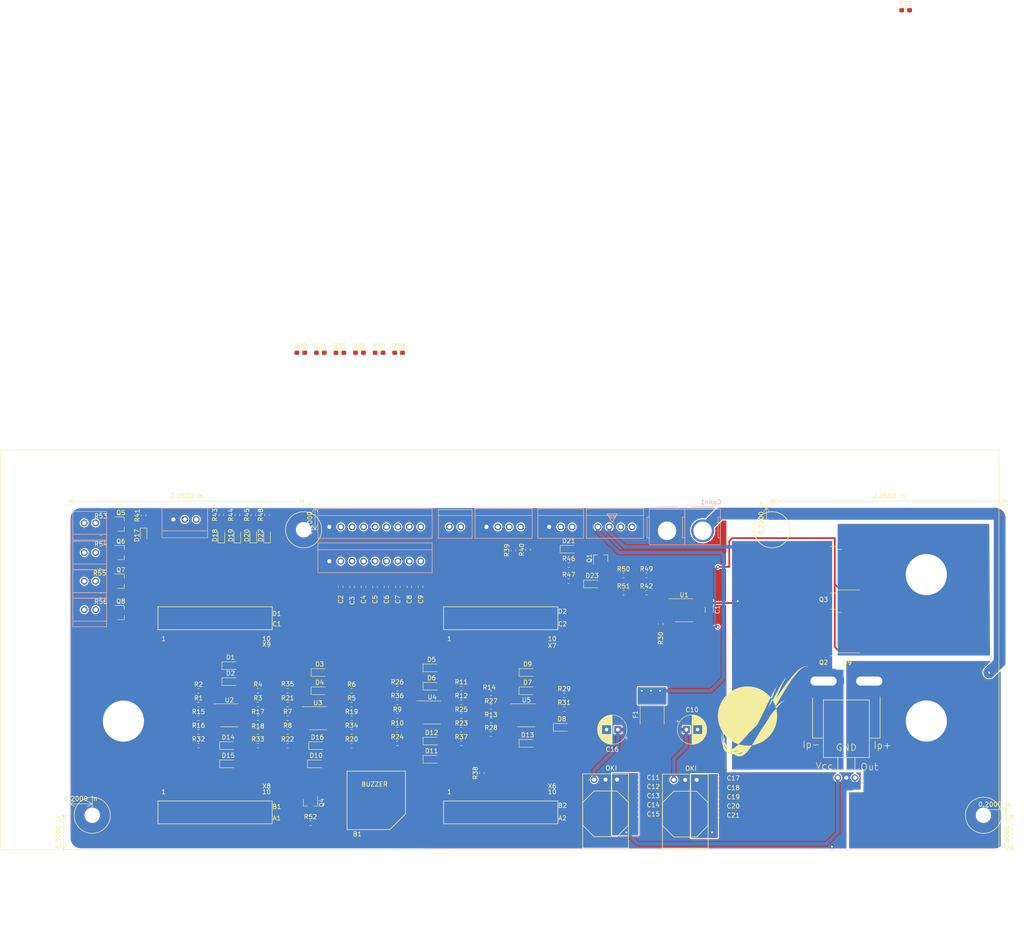
<source format=kicad_pcb>
(kicad_pcb (version 20171130) (host pcbnew "(5.1.4)-1")
  (layers (0 F.Cu signal) (31 B.Cu signal) (34 B.Paste user hide) (35 F.Paste user) (36 B.SilkS user) (37 F.SilkS user) (38 B.Mask user) (39 F.Mask user) (44 Edge.Cuts user))
  (net 0 "")
  (net 1 +5V)
  (net 2 "Net-(B1-Pad2)")
  (net 3 PV)
  (net 4 GND)
  (net 5 CELL_8)
  (net 6 CELL_7)
  (net 7 CELL_6)
  (net 8 CELL_5)
  (net 9 CELL_4)
  (net 10 CELL_3)
  (net 11 CELL_2)
  (net 12 CELL_1)
  (net 13 LOGIC_PWR)
  (net 14 +3V3)
  (net 15 "Net-(Conn2-Pad1)")
  (net 16 "Net-(Conn2-Pad2)")
  (net 17 "Net-(Conn3-Pad3)")
  (net 18 PACK_GATE)
  (net 19 SER_TX_IND)
  (net 20 "Net-(Conn5-Pad2)")
  (net 21 "Net-(Conn6-Pad2)")
  (net 22 "Net-(Conn7-Pad2)")
  (net 23 "Net-(Conn8-Pad2)")
  (net 24 TEMP_D_OUT)
  (net 25 CELL_1-GND_SENSE)
  (net 26 CELL5_SENSE)
  (net 27 CELL4_SENSE)
  (net 28 CELL3_SENSE)
  (net 29 CELL2_SENSE)
  (net 30 CELL8_SENSE)
  (net 31 CELL7_SENSE)
  (net 32 CELL6_SENSE)
  (net 33 "Net-(D17-Pad1)")
  (net 34 SW_IND)
  (net 35 "Net-(D18-Pad1)")
  (net 36 SW_ERR)
  (net 37 "Net-(D19-Pad1)")
  (net 38 "Net-(D20-Pad1)")
  (net 39 V_OUT)
  (net 40 V_LOG_SENSE)
  (net 41 "Net-(D22-Pad1)")
  (net 42 FAN_PWR)
  (net 43 V_OUT_SENSE)
  (net 44 "Net-(F1-Pad2)")
  (net 45 LOGIC_SWITCH)
  (net 46 "Net-(Q1-Pad3)")
  (net 47 E-Stop_Gate)
  (net 48 BUZZER)
  (net 49 FAN_CTL_1)
  (net 50 FAN_CTL_3)
  (net 51 FAN_CTL_2)
  (net 52 FAN_CTL_4)
  (net 53 "Net-(R1-Pad1)")
  (net 54 "Net-(R16-Pad1)")
  (net 55 "Net-(R17-Pad1)")
  (net 56 "Net-(R18-Pad1)")
  (net 57 "Net-(R19-Pad1)")
  (net 58 "Net-(R20-Pad1)")
  (net 59 "Net-(R21-Pad1)")
  (net 60 "Net-(R22-Pad1)")
  (net 61 "Net-(R23-Pad1)")
  (net 62 "Net-(R10-Pad1)")
  (net 63 "Net-(R11-Pad1)")
  (net 64 "Net-(R12-Pad1)")
  (net 65 "Net-(R13-Pad1)")
  (net 66 "Net-(R14-Pad1)")
  (net 67 "Net-(R15-Pad2)")
  (net 68 "Net-(R17-Pad2)")
  (net 69 "Net-(R19-Pad2)")
  (net 70 "Net-(R21-Pad2)")
  (net 71 "Net-(R23-Pad2)")
  (net 72 "Net-(R25-Pad2)")
  (net 73 "Net-(R27-Pad2)")
  (net 74 "Net-(R50-Pad2)")
  (net 75 "Net-(U1-Pad2)")
  (net 76 "Net-(U1-Pad3)")
  (net 77 PACK_I_SENSE)
  (net 78 "Net-(U11-PadPM6)")
  (net 79 "Net-(U11-PadPQ1)")
  (net 80 "Net-(U11-PadPQ2)")
  (net 81 SW_EER)
  (net 82 "Net-(U11-PadPQ0)")
  (net 83 "Net-(U11-PadPA4)")
  (net 84 "Net-(U11-PadRese')")
  (net 85 "Net-(U11-PadPA7)")
  (net 86 "Net-(U11-PadPN5)")
  (net 87 "Net-(U11-PadPD2)")
  (net 88 "Net-(U11-PadPP0)")
  (net 89 "Net-(U11-PadPP1)")
  (net 90 "Net-(U11-PadPP4)")
  (net 91 "Net-(U11-PadPN4)")
  (net 92 "Net-(U11-PadPG1)")
  (net 93 "Net-(U11-PadPK4)")
  (net 94 "Net-(U11-PadPK5)")
  (net 95 "Net-(U11-PadPM0)")
  (net 96 "Net-(U11-PadPM1)")
  (net 97 "Net-(U11-PadPM2)")
  (net 98 "Net-(U11-PadPH0)")
  (net 99 "Net-(U11-PadPH1)")
  (net 100 "Net-(U11-PadPK6)")
  (net 101 "Net-(U11-PadPK7)")
  (net 102 "Net-(U11-PadPM7)")
  (net 103 "Net-(U11-PadPP5)")
  (net 104 "Net-(U11-PadPE3)")
  (net 105 "Net-(U11-PadPD7)")
  (net 106 "Net-(U11-PadPA6)")
  (net 107 "Net-(U11-PadPM4)")
  (net 108 "Net-(U11-PadPM5)")
  (net 109 "Net-(U11-Pad+3V3)")
  (net 110 "Net-(U11-PadPE4)")
  (net 111 "Net-(U11-PadPC4)")
  (net 112 "Net-(U11-PadPC5)")
  (net 113 "Net-(U11-PadPC6)")
  (net 114 "Net-(U11-PadPE5)")
  (net 115 "Net-(U11-PadPD3)")
  (net 116 "Net-(U11-PadPC7)")
  (net 117 "Net-(U11-PadPB2)")
  (net 118 "Net-(U11-PadPB3)")
  (net 119 "Net-(U11-PadPF2)")
  (net 120 "Net-(U11-PadPF3)")
  (net 121 "Net-(U11-PadPG0)")
  (net 122 "Net-(U11-PadPL0)")
  (net 123 "Net-(U11-PadPL1)")
  (net 124 "Net-(U11-PadPL2)")
  (net 125 "Net-(U11-PadPL3)")
  (net 126 "Net-(U11-PadPM3)")
  (net 127 "Net-(U11-PadRese)")
  (net 128 V_IN)
  (net 129 "Net-(U11-PadPE1)")
  (module MRDT_Shields:TM4C129E_Launchpad_FULL_SMD_TOP (layer F.Cu) (at 71.755 51.435)
    (fp_text reference U11 hide)
    (fp_text value TM4C129E_Launchpad hide)
    (fp_text user A2 (at 89.916 -1.27 180) (layer F.SilkS))
    (fp_text user B2 (at 89.916 -4.064 180) (layer F.SilkS))
    (fp_text user A1 (at 26.416 -1.27 180) (layer F.SilkS))
    (fp_text user B1 (at 26.416 -3.81 180) (layer F.SilkS))
    (fp_text user D2 (at 89.916 -47.244) (layer F.SilkS))
    (fp_text user C2 (at 89.916 -44.45 180) (layer F.SilkS))
    (fp_text user D1 (at 26.416 -46.736 180) (layer F.SilkS))
    (fp_text user C1 (at 26.416 -44.45 180) (layer F.SilkS))
    (fp_text user X6 (at 87.63 -8.382) (layer F.SilkS))
    (fp_text user X7 (at 87.63 -39.624 180) (layer F.SilkS))
    (fp_text user X8 (at 24.13 -8.382 180) (layer F.SilkS))
    (fp_text user X9 (at 24.13 -39.878 180) (layer F.SilkS))
    (fp_text user 1 (at 64.77 -7.112 180) (layer F.SilkS))
    (fp_text user 10 (at 87.63 -7.112 180) (layer F.SilkS))
    (fp_text user 10 (at 87.63 -41.148 180) (layer F.SilkS))
    (fp_text user 1 (at 64.77 -41.148 180) (layer F.SilkS))
    (fp_text user 10 (at 24.13 -7.112 180) (layer F.SilkS))
    (fp_text user 1 (at 1.27 -7.112 180) (layer F.SilkS))
    (fp_text user 10 (at 24.13 -41.148 180) (layer F.SilkS))
    (fp_text user 1 (at 1.27 -41.148 180) (layer F.SilkS))
    (pad PP2 smd rect (at 24.13 -48.6664 180) (size 0.9906 1.778) (layers F.Cu F.Paste F.Mask) (net 45 LOGIC_SWITCH))
    (pad PN3 smd rect (at 21.59 -48.6664 180) (size 0.9906 1.778) (layers F.Cu F.Paste F.Mask) (net 18 PACK_GATE))
    (pad PN2 smd rect (at 19.05 -48.6664 180) (size 0.9906 1.778) (layers F.Cu F.Paste F.Mask) (net 48 BUZZER))
    (pad PD0 smd rect (at 16.51 -48.6664 180) (size 0.9906 1.778) (layers F.Cu F.Paste F.Mask) (net 43 V_OUT_SENSE))
    (pad PD1 smd rect (at 13.97 -48.6664 180) (size 0.9906 1.778) (layers F.Cu F.Paste F.Mask) (net 24 TEMP_D_OUT))
    (pad Rese smd rect (at 11.43 -48.6664 180) (size 0.9906 1.778) (layers F.Cu F.Paste F.Mask) (net 127 "Net-(U11-PadRese)"))
    (pad PH3 smd rect (at 8.89 -48.6664 180) (size 0.9906 1.778) (layers F.Cu F.Paste F.Mask) (net 51 FAN_CTL_2))
    (pad PH2 smd rect (at 6.35 -48.6664 180) (size 0.9906 1.778) (layers F.Cu F.Paste F.Mask) (net 49 FAN_CTL_1))
    (pad PM3 smd rect (at 3.81 -48.6664 180) (size 0.9906 1.778) (layers F.Cu F.Paste F.Mask) (net 126 "Net-(U11-PadPM3)"))
    (pad GND smd rect (at 1.27 -48.6664 180) (size 0.9906 1.778) (layers F.Cu F.Paste F.Mask) (net 4 GND))
    (pad PL3 smd rect (at 24.13 -42.7736 180) (size 0.9906 1.778) (layers F.Cu F.Paste F.Mask) (net 125 "Net-(U11-PadPL3)"))
    (pad PL2 smd rect (at 21.59 -42.7736 180) (size 0.9906 1.778) (layers F.Cu F.Paste F.Mask) (net 124 "Net-(U11-PadPL2)"))
    (pad PL1 smd rect (at 19.05 -42.7736 180) (size 0.9906 1.778) (layers F.Cu F.Paste F.Mask) (net 123 "Net-(U11-PadPL1)"))
    (pad PL0 smd rect (at 16.51 -42.7736 180) (size 0.9906 1.778) (layers F.Cu F.Paste F.Mask) (net 122 "Net-(U11-PadPL0)"))
    (pad PL5 smd rect (at 13.97 -42.7736 180) (size 0.9906 1.778) (layers F.Cu F.Paste F.Mask) (net 50 FAN_CTL_3))
    (pad PL4 smd rect (at 11.43 -42.7736 180) (size 0.9906 1.778) (layers F.Cu F.Paste F.Mask) (net 52 FAN_CTL_4))
    (pad PG0 smd rect (at 8.89 -42.7736 180) (size 0.9906 1.778) (layers F.Cu F.Paste F.Mask) (net 121 "Net-(U11-PadPG0)"))
    (pad PF3 smd rect (at 6.35 -42.7736 180) (size 0.9906 1.778) (layers F.Cu F.Paste F.Mask) (net 120 "Net-(U11-PadPF3)"))
    (pad PF2 smd rect (at 3.81 -42.7736 180) (size 0.9906 1.778) (layers F.Cu F.Paste F.Mask) (net 119 "Net-(U11-PadPF2)"))
    (pad PF1 smd rect (at 1.27 -42.7736 180) (size 0.9906 1.778) (layers F.Cu F.Paste F.Mask) (net 42 FAN_PWR))
    (pad PB3 smd rect (at 24.13 0.4064 180) (size 0.9906 1.778) (layers F.Cu F.Paste F.Mask) (net 118 "Net-(U11-PadPB3)"))
    (pad PB2 smd rect (at 21.59 0.4064 180) (size 0.9906 1.778) (layers F.Cu F.Paste F.Mask) (net 117 "Net-(U11-PadPB2)"))
    (pad PC7 smd rect (at 19.05 0.4064 180) (size 0.9906 1.778) (layers F.Cu F.Paste F.Mask) (net 116 "Net-(U11-PadPC7)"))
    (pad PD3 smd rect (at 16.51 0.4064 180) (size 0.9906 1.778) (layers F.Cu F.Paste F.Mask) (net 115 "Net-(U11-PadPD3)"))
    (pad PE5 smd rect (at 13.97 0.4064 180) (size 0.9906 1.778) (layers F.Cu F.Paste F.Mask) (net 114 "Net-(U11-PadPE5)"))
    (pad PC6 smd rect (at 11.43 0.4064 180) (size 0.9906 1.778) (layers F.Cu F.Paste F.Mask) (net 113 "Net-(U11-PadPC6)"))
    (pad PC5 smd rect (at 8.89 0.4064 180) (size 0.9906 1.778) (layers F.Cu F.Paste F.Mask) (net 112 "Net-(U11-PadPC5)"))
    (pad PC4 smd rect (at 6.35 0.4064 180) (size 0.9906 1.778) (layers F.Cu F.Paste F.Mask) (net 111 "Net-(U11-PadPC4)"))
    (pad PE4 smd rect (at 3.81 0.4064 180) (size 0.9906 1.778) (layers F.Cu F.Paste F.Mask) (net 110 "Net-(U11-PadPE4)"))
    (pad +3V3 smd rect (at 1.27 0.4064 180) (size 0.9906 1.778) (layers F.Cu F.Paste F.Mask) (net 109 "Net-(U11-Pad+3V3)"))
    (pad PM5 smd rect (at 24.13 -5.4864 180) (size 0.9906 1.778) (layers F.Cu F.Paste F.Mask) (net 108 "Net-(U11-PadPM5)"))
    (pad PM4 smd rect (at 21.59 -5.4864 180) (size 0.9906 1.778) (layers F.Cu F.Paste F.Mask) (net 107 "Net-(U11-PadPM4)"))
    (pad PA6 smd rect (at 19.05 -5.4864 180) (size 0.9906 1.778) (layers F.Cu F.Paste F.Mask) (net 106 "Net-(U11-PadPA6)"))
    (pad PD7 smd rect (at 16.51 -5.4864 180) (size 0.9906 1.778) (layers F.Cu F.Paste F.Mask) (net 105 "Net-(U11-PadPD7)"))
    (pad PE3 smd rect (at 13.97 -5.4864 180) (size 0.9906 1.778) (layers F.Cu F.Paste F.Mask) (net 104 "Net-(U11-PadPE3)"))
    (pad PE2 smd rect (at 11.43 -5.4864 180) (size 0.9906 1.778) (layers F.Cu F.Paste F.Mask) (net 40 V_LOG_SENSE))
    (pad PE1 smd rect (at 8.89 -5.4864 180) (size 0.9906 1.778) (layers F.Cu F.Paste F.Mask) (net 129 "Net-(U11-PadPE1)"))
    (pad PE0 smd rect (at 6.35 -5.4864 180) (size 0.9906 1.778) (layers F.Cu F.Paste F.Mask) (net 77 PACK_I_SENSE))
    (pad GND smd rect (at 3.81 -5.4864 180) (size 0.9906 1.778) (layers F.Cu F.Paste F.Mask) (net 4 GND))
    (pad +5V smd rect (at 1.27 -5.4864 180) (size 0.9906 1.778) (layers F.Cu F.Paste F.Mask) (net 1 +5V))
    (pad PP5 smd rect (at 69.85 -48.6664 180) (size 0.9906 1.778) (layers F.Cu F.Paste F.Mask) (net 103 "Net-(U11-PadPP5)"))
    (pad PM7 smd rect (at 67.31 -48.6664 180) (size 0.9906 1.778) (layers F.Cu F.Paste F.Mask) (net 102 "Net-(U11-PadPM7)"))
    (pad GND smd rect (at 64.77 -48.6664 180) (size 0.9906 1.778) (layers F.Cu F.Paste F.Mask) (net 4 GND))
    (pad PK7 smd rect (at 87.63 -42.7736 180) (size 0.9906 1.778) (layers F.Cu F.Paste F.Mask) (net 101 "Net-(U11-PadPK7)"))
    (pad PK6 smd rect (at 85.09 -42.7736 180) (size 0.9906 1.778) (layers F.Cu F.Paste F.Mask) (net 100 "Net-(U11-PadPK6)"))
    (pad PH1 smd rect (at 82.55 -42.7736 180) (size 0.9906 1.778) (layers F.Cu F.Paste F.Mask) (net 99 "Net-(U11-PadPH1)"))
    (pad PH0 smd rect (at 80.01 -42.7736 180) (size 0.9906 1.778) (layers F.Cu F.Paste F.Mask) (net 98 "Net-(U11-PadPH0)"))
    (pad PM2 smd rect (at 77.47 -42.7736 180) (size 0.9906 1.778) (layers F.Cu F.Paste F.Mask) (net 97 "Net-(U11-PadPM2)"))
    (pad PM1 smd rect (at 74.93 -42.7736 180) (size 0.9906 1.778) (layers F.Cu F.Paste F.Mask) (net 96 "Net-(U11-PadPM1)"))
    (pad PM0 smd rect (at 72.39 -42.7736 180) (size 0.9906 1.778) (layers F.Cu F.Paste F.Mask) (net 95 "Net-(U11-PadPM0)"))
    (pad PK5 smd rect (at 69.85 -42.7736 180) (size 0.9906 1.778) (layers F.Cu F.Paste F.Mask) (net 94 "Net-(U11-PadPK5)"))
    (pad PK4 smd rect (at 67.31 -42.7736 180) (size 0.9906 1.778) (layers F.Cu F.Paste F.Mask) (net 93 "Net-(U11-PadPK4)"))
    (pad PG1 smd rect (at 64.77 -42.7736 180) (size 0.9906 1.778) (layers F.Cu F.Paste F.Mask) (net 92 "Net-(U11-PadPG1)"))
    (pad PN4 smd rect (at 87.63 0.4064 180) (size 0.9906 1.778) (layers F.Cu F.Paste F.Mask) (net 91 "Net-(U11-PadPN4)"))
    (pad PP4 smd rect (at 82.55 0.4064 180) (size 0.9906 1.778) (layers F.Cu F.Paste F.Mask) (net 90 "Net-(U11-PadPP4)"))
    (pad PD5 smd rect (at 77.47 0.4064 180) (size 0.9906 1.778) (layers F.Cu F.Paste F.Mask) (net 31 CELL7_SENSE))
    (pad PD4 smd rect (at 74.93 0.4064 180) (size 0.9906 1.778) (layers F.Cu F.Paste F.Mask) (net 30 CELL8_SENSE))
    (pad PP1 smd rect (at 72.39 0.4064 180) (size 0.9906 1.778) (layers F.Cu F.Paste F.Mask) (net 89 "Net-(U11-PadPP1)"))
    (pad PP0 smd rect (at 69.85 0.4064 180) (size 0.9906 1.778) (layers F.Cu F.Paste F.Mask) (net 88 "Net-(U11-PadPP0)"))
    (pad PD2 smd rect (at 67.31 0.4064 180) (size 0.9906 1.778) (layers F.Cu F.Paste F.Mask) (net 87 "Net-(U11-PadPD2)"))
    (pad PA5 smd rect (at 87.63 -5.4864 180) (size 0.9906 1.778) (layers F.Cu F.Paste F.Mask) (net 19 SER_TX_IND))
    (pad PK3 smd rect (at 82.55 -5.4864 180) (size 0.9906 1.778) (layers F.Cu F.Paste F.Mask) (net 25 CELL_1-GND_SENSE))
    (pad PB5 smd rect (at 72.39 -5.4864 180) (size 0.9906 1.778) (layers F.Cu F.Paste F.Mask) (net 26 CELL5_SENSE))
    (pad PB4 smd rect (at 69.85 -5.4864 180) (size 0.9906 1.778) (layers F.Cu F.Paste F.Mask) (net 32 CELL6_SENSE))
    (pad GND smd rect (at 67.31 -5.4864 180) (size 0.9906 1.778) (layers F.Cu F.Paste F.Mask) (net 4 GND))
    (pad +5V' smd rect (at 64.77 -5.4864 180) (size 0.9906 1.778) (layers F.Cu F.Paste F.Mask) (net 1 +5V))
    (pad PK1 smd rect (at 77.47 -5.4864 180) (size 0.9906 1.778) (layers F.Cu F.Paste F.Mask) (net 28 CELL3_SENSE))
    (pad PK2 smd rect (at 80.01 -5.4864 180) (size 0.9906 1.778) (layers F.Cu F.Paste F.Mask) (net 29 CELL2_SENSE))
    (pad PN5 smd rect (at 85.09 0.4064 180) (size 0.9906 1.778) (layers F.Cu F.Paste F.Mask) (net 86 "Net-(U11-PadPN5)"))
    (pad PA7 smd rect (at 72.39 -48.6664 180) (size 0.9906 1.778) (layers F.Cu F.Paste F.Mask) (net 85 "Net-(U11-PadPA7)"))
    (pad Rese' smd rect (at 74.93 -48.6664 180) (size 0.9906 1.778) (layers F.Cu F.Paste F.Mask) (net 84 "Net-(U11-PadRese')"))
    (pad PA4 smd rect (at 85.09 -5.4864 180) (size 0.9906 1.778) (layers F.Cu F.Paste F.Mask) (net 83 "Net-(U11-PadPA4)"))
    (pad PQ0 smd rect (at 80.01 0.4064 180) (size 0.9906 1.778) (layers F.Cu F.Paste F.Mask) (net 82 "Net-(U11-PadPQ0)"))
    (pad PP3 smd rect (at 82.55 -48.6664 180) (size 0.9906 1.778) (layers F.Cu F.Paste F.Mask) (net 81 SW_EER))
    (pad PQ3 smd rect (at 80.01 -48.6664 180) (size 0.9906 1.778) (layers F.Cu F.Paste F.Mask) (net 34 SW_IND))
    (pad PK0 smd rect (at 74.93 -5.4864 180) (size 0.9906 1.778) (layers F.Cu F.Paste F.Mask) (net 27 CELL4_SENSE))
    (pad PQ2 smd rect (at 77.47 -48.6664 180) (size 0.9906 1.778) (layers F.Cu F.Paste F.Mask) (net 80 "Net-(U11-PadPQ2)"))
    (pad PQ1 smd rect (at 85.09 -48.6664 180) (size 0.9906 1.778) (layers F.Cu F.Paste F.Mask) (net 79 "Net-(U11-PadPQ1)"))
    (pad PM6 smd rect (at 87.63 -48.6664 180) (size 0.9906 1.778) (layers F.Cu F.Paste F.Mask) (net 78 "Net-(U11-PadPM6)"))
    (pad +3V3' smd rect (at 64.77 0.4064 180) (size 0.9906 1.778) (layers F.Cu F.Paste F.Mask))
  )
  (module Package_SO:SOIC-8_3.9x4.9mm_P1.27mm (layer F.Cu) (at 153.67 27.305)
    (fp_text reference U5 (at 0 -3.4) (layer F.SilkS))
    (fp_text value LM358)
    (pad 8 smd roundrect (at 2.475 -1.905) (size 1.95 0.6) (layers F.Cu F.Paste F.Mask) (net 13 LOGIC_PWR))
    (pad 7 smd roundrect (at 2.475 -0.635) (size 1.95 0.6) (layers F.Cu F.Paste F.Mask))
    (pad 6 smd roundrect (at 2.475 0.635) (size 1.95 0.6) (layers F.Cu F.Paste F.Mask))
    (pad 5 smd roundrect (at 2.475 1.905) (size 1.95 0.6) (layers F.Cu F.Paste F.Mask))
    (pad 4 smd roundrect (at -2.475 1.905) (size 1.95 0.6) (layers F.Cu F.Paste F.Mask) (net 4 GND))
    (pad 3 smd roundrect (at -2.475 0.635) (size 1.95 0.6) (layers F.Cu F.Paste F.Mask) (net 65 "Net-(R13-Pad1)"))
    (pad 2 smd roundrect (at -2.475 -0.635) (size 1.95 0.6) (layers F.Cu F.Paste F.Mask) (net 66 "Net-(R14-Pad1)"))
    (pad 1 smd roundrect (at -2.475 -1.905) (size 1.95 0.6) (layers F.Cu F.Paste F.Mask) (net 73 "Net-(R27-Pad2)"))
  )
  (module Package_SO:SOIC-8_3.9x4.9mm_P1.27mm (layer F.Cu) (at 132.715 26.67)
    (fp_text reference U4 (at 0 -3.4) (layer F.SilkS))
    (fp_text value LM358)
    (pad 8 smd roundrect (at 2.475 -1.905) (size 1.95 0.6) (layers F.Cu F.Paste F.Mask) (net 13 LOGIC_PWR))
    (pad 7 smd roundrect (at 2.475 -0.635) (size 1.95 0.6) (layers F.Cu F.Paste F.Mask) (net 72 "Net-(R25-Pad2)"))
    (pad 6 smd roundrect (at 2.475 0.635) (size 1.95 0.6) (layers F.Cu F.Paste F.Mask) (net 64 "Net-(R12-Pad1)"))
    (pad 5 smd roundrect (at 2.475 1.905) (size 1.95 0.6) (layers F.Cu F.Paste F.Mask) (net 63 "Net-(R11-Pad1)"))
    (pad 4 smd roundrect (at -2.475 1.905) (size 1.95 0.6) (layers F.Cu F.Paste F.Mask) (net 4 GND))
    (pad 3 smd roundrect (at -2.475 0.635) (size 1.95 0.6) (layers F.Cu F.Paste F.Mask) (net 61 "Net-(R23-Pad1)"))
    (pad 2 smd roundrect (at -2.475 -0.635) (size 1.95 0.6) (layers F.Cu F.Paste F.Mask) (net 62 "Net-(R10-Pad1)"))
    (pad 1 smd roundrect (at -2.475 -1.905) (size 1.95 0.6) (layers F.Cu F.Paste F.Mask) (net 71 "Net-(R23-Pad2)"))
  )
  (module Package_SO:SOIC-8_3.9x4.9mm_P1.27mm (layer F.Cu) (at 107.315 27.94)
    (fp_text reference U3 (at 0 -3.4) (layer F.SilkS))
    (fp_text value LM358)
    (pad 8 smd roundrect (at 2.475 -1.905) (size 1.95 0.6) (layers F.Cu F.Paste F.Mask) (net 13 LOGIC_PWR))
    (pad 7 smd roundrect (at 2.475 -0.635) (size 1.95 0.6) (layers F.Cu F.Paste F.Mask) (net 70 "Net-(R21-Pad2)"))
    (pad 6 smd roundrect (at 2.475 0.635) (size 1.95 0.6) (layers F.Cu F.Paste F.Mask) (net 60 "Net-(R22-Pad1)"))
    (pad 5 smd roundrect (at 2.475 1.905) (size 1.95 0.6) (layers F.Cu F.Paste F.Mask) (net 59 "Net-(R21-Pad1)"))
    (pad 4 smd roundrect (at -2.475 1.905) (size 1.95 0.6) (layers F.Cu F.Paste F.Mask) (net 4 GND))
    (pad 3 smd roundrect (at -2.475 0.635) (size 1.95 0.6) (layers F.Cu F.Paste F.Mask) (net 57 "Net-(R19-Pad1)"))
    (pad 2 smd roundrect (at -2.475 -0.635) (size 1.95 0.6) (layers F.Cu F.Paste F.Mask) (net 58 "Net-(R20-Pad1)"))
    (pad 1 smd roundrect (at -2.475 -1.905) (size 1.95 0.6) (layers F.Cu F.Paste F.Mask) (net 69 "Net-(R19-Pad2)"))
  )
  (module Package_SO:SOIC-8_3.9x4.9mm_P1.27mm (layer F.Cu) (at 87.63 27.305)
    (fp_text reference U2 (at 0 -3.4) (layer F.SilkS))
    (fp_text value LM358)
    (pad 8 smd roundrect (at 2.475 -1.905) (size 1.95 0.6) (layers F.Cu F.Paste F.Mask) (net 13 LOGIC_PWR))
    (pad 7 smd roundrect (at 2.475 -0.635) (size 1.95 0.6) (layers F.Cu F.Paste F.Mask) (net 68 "Net-(R17-Pad2)"))
    (pad 6 smd roundrect (at 2.475 0.635) (size 1.95 0.6) (layers F.Cu F.Paste F.Mask) (net 56 "Net-(R18-Pad1)"))
    (pad 5 smd roundrect (at 2.475 1.905) (size 1.95 0.6) (layers F.Cu F.Paste F.Mask) (net 55 "Net-(R17-Pad1)"))
    (pad 4 smd roundrect (at -2.475 1.905) (size 1.95 0.6) (layers F.Cu F.Paste F.Mask) (net 4 GND))
    (pad 3 smd roundrect (at -2.475 0.635) (size 1.95 0.6) (layers F.Cu F.Paste F.Mask) (net 53 "Net-(R1-Pad1)"))
    (pad 2 smd roundrect (at -2.475 -0.635) (size 1.95 0.6) (layers F.Cu F.Paste F.Mask) (net 54 "Net-(R16-Pad1)"))
    (pad 1 smd roundrect (at -2.475 -1.905) (size 1.95 0.6) (layers F.Cu F.Paste F.Mask) (net 67 "Net-(R15-Pad2)"))
  )
  (module Resistor_SMD:R_0603_1608Metric_Pad1.05x0.95mm_HandSolder (layer F.Cu) (at 125.255 -53.34)
    (fp_text reference R38 (at 0 -1.43) (layer F.SilkS))
    (fp_text value 10k)
    (pad 2 smd roundrect (at 0.875 0) (size 1.05 0.95) (layers F.Cu F.Paste F.Mask) (net 73 "Net-(R27-Pad2)"))
    (pad 1 smd roundrect (at -0.875 0) (size 1.05 0.95) (layers F.Cu F.Paste F.Mask) (net 29 CELL2_SENSE))
  )
  (module Resistor_SMD:R_0603_1608Metric_Pad1.05x0.95mm_HandSolder (layer F.Cu) (at 120.905 -53.34)
    (fp_text reference R37 (at 0 -1.43) (layer F.SilkS))
    (fp_text value 10k)
    (pad 2 smd roundrect (at 0.875 0) (size 1.05 0.95) (layers F.Cu F.Paste F.Mask) (net 71 "Net-(R23-Pad2)"))
    (pad 1 smd roundrect (at -0.875 0) (size 1.05 0.95) (layers F.Cu F.Paste F.Mask) (net 27 CELL4_SENSE))
  )
  (module Resistor_SMD:R_0603_1608Metric_Pad1.05x0.95mm_HandSolder (layer F.Cu) (at 116.555 -53.34)
    (fp_text reference R36 (at 0 -1.43) (layer F.SilkS))
    (fp_text value 10k)
    (pad 2 smd roundrect (at 0.875 0) (size 1.05 0.95) (layers F.Cu F.Paste F.Mask) (net 72 "Net-(R25-Pad2)"))
    (pad 1 smd roundrect (at -0.875 0) (size 1.05 0.95) (layers F.Cu F.Paste F.Mask) (net 28 CELL3_SENSE))
  )
  (module Resistor_SMD:R_0603_1608Metric_Pad1.05x0.95mm_HandSolder (layer F.Cu) (at 112.205 -53.34)
    (fp_text reference R35 (at 0 -1.43) (layer F.SilkS))
    (fp_text value 10k)
    (pad 2 smd roundrect (at 0.875 0) (size 1.05 0.95) (layers F.Cu F.Paste F.Mask) (net 70 "Net-(R21-Pad2)"))
    (pad 1 smd roundrect (at -0.875 0) (size 1.05 0.95) (layers F.Cu F.Paste F.Mask) (net 26 CELL5_SENSE))
  )
  (module Resistor_SMD:R_0603_1608Metric_Pad1.05x0.95mm_HandSolder (layer F.Cu) (at 107.855 -53.34)
    (fp_text reference R34 (at 0 -1.43) (layer F.SilkS))
    (fp_text value 10k)
    (pad 2 smd roundrect (at 0.875 0) (size 1.05 0.95) (layers F.Cu F.Paste F.Mask) (net 69 "Net-(R19-Pad2)"))
    (pad 1 smd roundrect (at -0.875 0) (size 1.05 0.95) (layers F.Cu F.Paste F.Mask) (net 32 CELL6_SENSE))
  )
  (module Resistor_SMD:R_0603_1608Metric_Pad1.05x0.95mm_HandSolder (layer F.Cu) (at 237.965 -129.52)
    (fp_text reference R33 (at 0 -1.43) (layer F.SilkS))
    (fp_text value 10k)
    (pad 2 smd roundrect (at 0.875 0) (size 1.05 0.95) (layers F.Cu F.Paste F.Mask) (net 68 "Net-(R17-Pad2)"))
    (pad 1 smd roundrect (at -0.875 0) (size 1.05 0.95) (layers F.Cu F.Paste F.Mask) (net 31 CELL7_SENSE))
  )
  (module Resistor_SMD:R_0603_1608Metric_Pad1.05x0.95mm_HandSolder (layer F.Cu) (at 103.505 -53.34)
    (fp_text reference R32 (at 0 -1.43) (layer F.SilkS))
    (fp_text value 10k)
    (pad 2 smd roundrect (at 0.875 0) (size 1.05 0.95) (layers F.Cu F.Paste F.Mask) (net 67 "Net-(R15-Pad2)"))
    (pad 1 smd roundrect (at -0.875 0) (size 1.05 0.95) (layers F.Cu F.Paste F.Mask) (net 30 CELL8_SENSE))
  )
  (module MRDT_Connectors:MOLEX_SL_09_Vertical (layer B.Cu) (at 120.015 -6.985 180)
    (fp_text reference Conn10 hide)
    (fp_text value CHARGE_SENSE_BOTTOM)
    (pad 9 thru_hole circle (at 10.16 0 180) (size 1.524 1.524) (drill 0.9) (layers *.Cu *.Mask) (net 4 GND))
    (pad 8 thru_hole circle (at 7.62 0 180) (size 1.524 1.524) (drill 0.9) (layers *.Cu *.Mask) (net 5 CELL_8))
    (pad 7 thru_hole circle (at 5.08 0 180) (size 1.524 1.524) (drill 0.9) (layers *.Cu *.Mask) (net 6 CELL_7))
    (pad 6 thru_hole circle (at 2.54 0 180) (size 1.524 1.524) (drill 0.9) (layers *.Cu *.Mask) (net 7 CELL_6))
    (pad 5 thru_hole circle (at 0 0 180) (size 1.524 1.524) (drill 0.9) (layers *.Cu *.Mask) (net 8 CELL_5))
    (pad 4 thru_hole circle (at -2.54 0 180) (size 1.524 1.524) (drill 0.9) (layers *.Cu *.Mask) (net 9 CELL_4))
    (pad 3 thru_hole circle (at -5.08 0 180) (size 1.524 1.524) (drill 0.9) (layers *.Cu *.Mask) (net 10 CELL_3))
    (pad 2 thru_hole circle (at -7.62 0 180) (size 1.524 1.524) (drill 0.9) (layers *.Cu *.Mask) (net 11 CELL_2))
    (pad 1 thru_hole circle (at -10.16 0 180) (size 1.524 1.524) (drill 0.9) (layers *.Cu *.Mask) (net 12 CELL_1))
  )
  (module MRDT_Drill_Holes:4_40_Hole (layer F.Cu) (at 104.14 -13.97)
    (fp_text reference REF** hide)
    (fp_text value 4_40_Hole hide)
    (pad "" np_thru_hole circle (at 0 0) (size 2.9464 2.9464) (drill 2.9464) (layers *.Cu *.Mask))
  )
  (module MRDT_Drill_Holes:4_40_Hole (layer F.Cu) (at 208.28 -13.97)
    (fp_text reference REF** hide)
    (fp_text value 4_40_Hole hide)
    (pad "" np_thru_hole circle (at 0 0) (size 2.9464 2.9464) (drill 2.9464) (layers *.Cu *.Mask))
  )
  (module MRDT_Drill_Holes:4_40_Hole (layer F.Cu) (at 57.15 49.53)
    (fp_text reference REF** hide)
    (fp_text value 4_40_Hole hide)
    (pad "" np_thru_hole circle (at 0 0) (size 2.9464 2.9464) (drill 2.9464) (layers *.Cu *.Mask))
  )
  (module MRDT_Drill_Holes:4_40_Hole (layer F.Cu) (at 255.27 49.53)
    (fp_text reference REF** hide)
    (fp_text value 4_40_Hole hide)
    (pad "" np_thru_hole circle (at 0 0) (size 2.9464 2.9464) (drill 2.9464) (layers *.Cu *.Mask))
  )
  (module MRDT_Drill_Holes:BATT_PWR_VIA (layer F.Cu) (at 242.57 28.575)
    (fp_text reference V2 hide)
    (fp_text value BATT_PWR_VIA hide)
    (pad 1 thru_hole circle (at 0 0) (size 18.288 18.288) (drill 9.144) (layers *.Cu *.Mask) (net 128 V_IN))
  )
  (module MRDT_Drill_Holes:BATT_PWR_VIA (layer F.Cu) (at 242.57 -4.0005)
    (fp_text reference V3 hide)
    (fp_text value BATT_PWR_VIA hide)
    (pad 1 thru_hole circle (at 0 0) (size 18.288 18.288) (drill 9.144) (layers *.Cu *.Mask) (net 39 V_OUT))
  )
  (module MRDT_Sensors:ACS759ECB_PFF_Leadform_5pins (layer F.Cu) (at 224.79 30.48)
    (fp_text reference U9 (at 0.20066 -14.89964) (layer F.SilkS))
    (fp_text value ACS759ECB-200B-PFF-T)
    (pad 1 thru_hole circle (at -1.91008 10.70102) (size 1.50114 1.50114) (drill 0.89916) (layers *.Cu *.Mask) (net 14 +3V3))
    (pad 3 thru_hole circle (at 1.91008 10.70102) (size 1.50114 1.50114) (drill 0.89916) (layers *.Cu *.Mask) (net 77 PACK_I_SENSE))
    (pad 2 thru_hole circle (at 0 10.70102) (size 1.50114 1.50114) (drill 0.89916) (layers *.Cu *.Mask) (net 4 GND))
    (pad 4 thru_hole oval (at 5.08 -10.795) (size 9.144 5.588) (drill oval 5.842 2.032) (layers *.Cu *.Mask) (net 128 V_IN))
    (pad 5 thru_hole oval (at -5.08 -10.795) (size 9.144 5.588) (drill oval 5.842 2.032) (layers *.Cu *.Mask) (net 3 PV))
  )
  (module MRDT_Actives:IRLS3034_TO-263-7_P (layer F.Cu) (at 219.71 -5.08 180)
    (fp_text reference Q3 (at 0 -6.65) (layer F.SilkS))
    (fp_text value Device_Q_NMOS_GDS)
    (pad 2 smd rect (at 0.95 2.775 180) (size 4.55 5.25) (layers F.Cu F.Paste) (net 3 PV))
    (pad 2 smd rect (at 5.8 -2.775 180) (size 4.55 5.25) (layers F.Cu F.Paste) (net 3 PV))
    (pad 2 smd rect (at 0.95 -2.775 180) (size 4.55 5.25) (layers F.Cu F.Paste) (net 3 PV))
    (pad 2 smd rect (at 5.8 2.775 180) (size 4.55 5.25) (layers F.Cu F.Paste) (net 3 PV))
    (pad 2 smd rect (at 3.375 0 180) (size 9.4 10.8) (layers F.Cu F.Mask) (net 3 PV))
    (pad 3 smd rect (at -5.775 3.81 180) (size 4.6 0.8) (layers F.Cu F.Paste F.Mask) (net 39 V_OUT))
    (pad 3 smd rect (at -5.775 2.54 180) (size 4.6 0.8) (layers F.Cu F.Paste F.Mask) (net 39 V_OUT))
    (pad 3 smd rect (at -5.775 1.27 180) (size 4.6 0.8) (layers F.Cu F.Paste F.Mask) (net 39 V_OUT))
    (pad 3 smd rect (at -5.775 -1.27 180) (size 4.6 0.8) (layers F.Cu F.Paste F.Mask) (net 39 V_OUT))
    (pad 3 smd rect (at -5.775 -2.54 180) (size 4.6 0.8) (layers F.Cu F.Paste F.Mask) (net 39 V_OUT))
    (pad 1 smd rect (at -5.775 -3.81 180) (size 4.6 0.8) (layers F.Cu F.Paste F.Mask) (net 47 E-Stop_Gate))
  )
  (module MRDT_Actives:IRLS3034_TO-263-7_P (layer F.Cu) (at 219.71 8.89 180)
    (fp_text reference Q2 (at 0 -6.65) (layer F.SilkS))
    (fp_text value Q_NMOS_GDS)
    (pad 1 smd rect (at -5.775 -3.81 180) (size 4.6 0.8) (layers F.Cu F.Paste F.Mask) (net 47 E-Stop_Gate))
    (pad 3 smd rect (at -5.775 -2.54 180) (size 4.6 0.8) (layers F.Cu F.Paste F.Mask) (net 39 V_OUT))
    (pad 3 smd rect (at -5.775 -1.27 180) (size 4.6 0.8) (layers F.Cu F.Paste F.Mask) (net 39 V_OUT))
    (pad 3 smd rect (at -5.775 1.27 180) (size 4.6 0.8) (layers F.Cu F.Paste F.Mask) (net 39 V_OUT))
    (pad 3 smd rect (at -5.775 2.54 180) (size 4.6 0.8) (layers F.Cu F.Paste F.Mask) (net 39 V_OUT))
    (pad 3 smd rect (at -5.775 3.81 180) (size 4.6 0.8) (layers F.Cu F.Paste F.Mask) (net 39 V_OUT))
    (pad 2 smd rect (at 3.375 0 180) (size 9.4 10.8) (layers F.Cu F.Mask) (net 3 PV))
    (pad 2 smd rect (at 5.8 2.775 180) (size 4.55 5.25) (layers F.Cu F.Paste) (net 3 PV))
    (pad 2 smd rect (at 0.95 -2.775 180) (size 4.55 5.25) (layers F.Cu F.Paste) (net 3 PV))
    (pad 2 smd rect (at 5.8 -2.775 180) (size 4.55 5.25) (layers F.Cu F.Paste) (net 3 PV))
    (pad 2 smd rect (at 0.95 2.775 180) (size 4.55 5.25) (layers F.Cu F.Paste) (net 3 PV))
  )
  (module MRDT_Silkscreens:0_MRDT_Logo_20mm (layer F.Cu) (at 206.248 26.416)
    (fp_text reference G*** hide)
    (fp_text value LOGO hide)
  )
  (module MRDT_Silkscreens:2_Nothing_3mm (layer B.Cu) (at 172.72 -16.51)
    (fp_text reference G*** hide)
    (fp_text value LOGO hide)
  )
  (module MRDT_Devices:BUZZER_SMI_1324_TW_5V_2_R (layer F.Cu) (at 113.792 46.228)
    (fp_text reference B1 (at 2.3 7.5) (layer F.SilkS))
    (fp_text value Buzzer)
    (fp_text user BUZZER (at 6.096 -3.6) (layer F.SilkS))
    (pad 1 smd rect (at 0.2 0) (size 6 2.5) (layers F.Cu F.Paste F.Mask) (net 1 +5V))
    (pad 2 smd rect (at 12.8 0) (size 6 2.5) (layers F.Cu F.Paste F.Mask) (net 2 "Net-(B1-Pad2)"))
  )
  (module Capacitor_SMD:C_0603_1608Metric_Pad1.05x0.95mm_HandSolder (layer F.Cu) (at 112.395 -1.27 270)
    (fp_text reference C2 (at 2.794 0 90) (layer F.SilkS))
    (fp_text value C)
    (pad 2 smd roundrect (at 0.875 0 270) (size 1.05 0.95) (layers F.Cu F.Paste F.Mask) (net 4 GND))
    (pad 1 smd roundrect (at -0.875 0 270) (size 1.05 0.95) (layers F.Cu F.Paste F.Mask) (net 5 CELL_8))
  )
  (module Capacitor_SMD:C_0603_1608Metric_Pad1.05x0.95mm_HandSolder (layer F.Cu) (at 114.935 -1.27 270)
    (fp_text reference C3 (at 3.048 0 90) (layer F.SilkS))
    (fp_text value C)
    (pad 2 smd roundrect (at 0.875 0 270) (size 1.05 0.95) (layers F.Cu F.Paste F.Mask) (net 4 GND))
    (pad 1 smd roundrect (at -0.875 0 270) (size 1.05 0.95) (layers F.Cu F.Paste F.Mask) (net 6 CELL_7))
  )
  (module Capacitor_SMD:C_0603_1608Metric_Pad1.05x0.95mm_HandSolder (layer F.Cu) (at 117.475 -1.27 270)
    (fp_text reference C4 (at 2.794 0 90) (layer F.SilkS))
    (fp_text value C)
    (pad 2 smd roundrect (at 0.875 0 270) (size 1.05 0.95) (layers F.Cu F.Paste F.Mask) (net 4 GND))
    (pad 1 smd roundrect (at -0.875 0 270) (size 1.05 0.95) (layers F.Cu F.Paste F.Mask) (net 7 CELL_6))
  )
  (module Capacitor_SMD:C_0603_1608Metric_Pad1.05x0.95mm_HandSolder (layer F.Cu) (at 120.015 -1.27 270)
    (fp_text reference C5 (at 2.794 0 90) (layer F.SilkS))
    (fp_text value C)
    (pad 1 smd roundrect (at -0.875 0 270) (size 1.05 0.95) (layers F.Cu F.Paste F.Mask) (net 8 CELL_5))
    (pad 2 smd roundrect (at 0.875 0 270) (size 1.05 0.95) (layers F.Cu F.Paste F.Mask) (net 4 GND))
  )
  (module Capacitor_SMD:C_0603_1608Metric_Pad1.05x0.95mm_HandSolder (layer F.Cu) (at 122.555 -1.27 270)
    (fp_text reference C6 (at 2.794 0 90) (layer F.SilkS))
    (fp_text value C)
    (pad 2 smd roundrect (at 0.875 0 270) (size 1.05 0.95) (layers F.Cu F.Paste F.Mask) (net 4 GND))
    (pad 1 smd roundrect (at -0.875 0 270) (size 1.05 0.95) (layers F.Cu F.Paste F.Mask) (net 9 CELL_4))
  )
  (module Capacitor_SMD:C_0603_1608Metric_Pad1.05x0.95mm_HandSolder (layer F.Cu) (at 125.095 -1.27 270)
    (fp_text reference C7 (at 2.794 0 90) (layer F.SilkS))
    (fp_text value C)
    (pad 1 smd roundrect (at -0.875 0 270) (size 1.05 0.95) (layers F.Cu F.Paste F.Mask) (net 10 CELL_3))
    (pad 2 smd roundrect (at 0.875 0 270) (size 1.05 0.95) (layers F.Cu F.Paste F.Mask) (net 4 GND))
  )
  (module Capacitor_SMD:C_0603_1608Metric_Pad1.05x0.95mm_HandSolder (layer F.Cu) (at 127.635 -1.27 270)
    (fp_text reference C8 (at 2.794 0 90) (layer F.SilkS))
    (fp_text value C)
    (pad 2 smd roundrect (at 0.875 0 270) (size 1.05 0.95) (layers F.Cu F.Paste F.Mask) (net 4 GND))
    (pad 1 smd roundrect (at -0.875 0 270) (size 1.05 0.95) (layers F.Cu F.Paste F.Mask) (net 11 CELL_2))
  )
  (module Capacitor_SMD:C_0603_1608Metric_Pad1.05x0.95mm_HandSolder (layer F.Cu) (at 130.175 -1.27 270)
    (fp_text reference C9 (at 2.794 0 90) (layer F.SilkS))
    (fp_text value 1u)
    (pad 1 smd roundrect (at -0.875 0 270) (size 1.05 0.95) (layers F.Cu F.Paste F.Mask) (net 12 CELL_1))
    (pad 2 smd roundrect (at 0.875 0 270) (size 1.05 0.95) (layers F.Cu F.Paste F.Mask) (net 4 GND))
  )
  (module Capacitor_SMD:C_0603_1608Metric_Pad1.05x0.95mm_HandSolder (layer F.Cu) (at 178.562 41.148)
    (fp_text reference C11 (at 3.302 0) (layer F.SilkS))
    (fp_text value 10u)
    (pad 1 smd roundrect (at -0.875 0) (size 1.05 0.95) (layers F.Cu F.Paste F.Mask) (net 14 +3V3))
    (pad 2 smd roundrect (at 0.875 0) (size 1.05 0.95) (layers F.Cu F.Paste F.Mask) (net 4 GND))
  )
  (module Capacitor_SMD:C_0603_1608Metric_Pad1.05x0.95mm_HandSolder (layer F.Cu) (at 178.562 43.18)
    (fp_text reference C12 (at 3.302 0) (layer F.SilkS))
    (fp_text value 10u)
    (pad 1 smd roundrect (at -0.875 0) (size 1.05 0.95) (layers F.Cu F.Paste F.Mask) (net 14 +3V3))
    (pad 2 smd roundrect (at 0.875 0) (size 1.05 0.95) (layers F.Cu F.Paste F.Mask) (net 4 GND))
  )
  (module Capacitor_SMD:C_0603_1608Metric_Pad1.05x0.95mm_HandSolder (layer F.Cu) (at 178.562 45.212)
    (fp_text reference C13 (at 3.302 0) (layer F.SilkS))
    (fp_text value 10u)
    (pad 2 smd roundrect (at 0.875 0) (size 1.05 0.95) (layers F.Cu F.Paste F.Mask) (net 4 GND))
    (pad 1 smd roundrect (at -0.875 0) (size 1.05 0.95) (layers F.Cu F.Paste F.Mask) (net 14 +3V3))
  )
  (module Capacitor_SMD:C_0603_1608Metric_Pad1.05x0.95mm_HandSolder (layer F.Cu) (at 178.562 47.244)
    (fp_text reference C14 (at 3.302 0) (layer F.SilkS))
    (fp_text value 10u)
    (pad 1 smd roundrect (at -0.875 0) (size 1.05 0.95) (layers F.Cu F.Paste F.Mask) (net 14 +3V3))
    (pad 2 smd roundrect (at 0.875 0) (size 1.05 0.95) (layers F.Cu F.Paste F.Mask) (net 4 GND))
  )
  (module Capacitor_SMD:C_0603_1608Metric_Pad1.05x0.95mm_HandSolder (layer F.Cu) (at 178.562 49.276)
    (fp_text reference C15 (at 3.302 0) (layer F.SilkS))
    (fp_text value 0.1u)
    (pad 2 smd roundrect (at 0.875 0) (size 1.05 0.95) (layers F.Cu F.Paste F.Mask) (net 4 GND))
    (pad 1 smd roundrect (at -0.875 0) (size 1.05 0.95) (layers F.Cu F.Paste F.Mask) (net 14 +3V3))
  )
  (module Capacitor_SMD:C_0603_1608Metric_Pad1.05x0.95mm_HandSolder (layer F.Cu) (at 196.342 41.402)
    (fp_text reference C17 (at 3.302 -0.127) (layer F.SilkS))
    (fp_text value 10u)
    (pad 1 smd roundrect (at -0.875 0) (size 1.05 0.95) (layers F.Cu F.Paste F.Mask) (net 1 +5V))
    (pad 2 smd roundrect (at 0.875 0) (size 1.05 0.95) (layers F.Cu F.Paste F.Mask) (net 4 GND))
  )
  (module Capacitor_SMD:C_0603_1608Metric_Pad1.05x0.95mm_HandSolder (layer F.Cu) (at 196.342 43.434)
    (fp_text reference C18 (at 3.302 0) (layer F.SilkS))
    (fp_text value 10u)
    (pad 1 smd roundrect (at -0.875 0) (size 1.05 0.95) (layers F.Cu F.Paste F.Mask) (net 1 +5V))
    (pad 2 smd roundrect (at 0.875 0) (size 1.05 0.95) (layers F.Cu F.Paste F.Mask) (net 4 GND))
  )
  (module Capacitor_SMD:C_0603_1608Metric_Pad1.05x0.95mm_HandSolder (layer F.Cu) (at 196.342 45.466)
    (fp_text reference C19 (at 3.302 0) (layer F.SilkS))
    (fp_text value 10u)
    (pad 2 smd roundrect (at 0.875 0) (size 1.05 0.95) (layers F.Cu F.Paste F.Mask) (net 4 GND))
    (pad 1 smd roundrect (at -0.875 0) (size 1.05 0.95) (layers F.Cu F.Paste F.Mask) (net 1 +5V))
  )
  (module Capacitor_SMD:C_0603_1608Metric_Pad1.05x0.95mm_HandSolder (layer F.Cu) (at 196.342 47.498)
    (fp_text reference C20 (at 3.302 0) (layer F.SilkS))
    (fp_text value 10u)
    (pad 1 smd roundrect (at -0.875 0) (size 1.05 0.95) (layers F.Cu F.Paste F.Mask) (net 1 +5V))
    (pad 2 smd roundrect (at 0.875 0) (size 1.05 0.95) (layers F.Cu F.Paste F.Mask) (net 4 GND))
  )
  (module Capacitor_SMD:C_0603_1608Metric_Pad1.05x0.95mm_HandSolder (layer F.Cu) (at 196.342 49.53)
    (fp_text reference C21 (at 3.302 0) (layer F.SilkS))
    (fp_text value 0.1u)
    (pad 2 smd roundrect (at 0.875 0) (size 1.05 0.95) (layers F.Cu F.Paste F.Mask) (net 4 GND))
    (pad 1 smd roundrect (at -0.875 0) (size 1.05 0.95) (layers F.Cu F.Paste F.Mask) (net 1 +5V))
  )
  (module MRDT_Connectors:Anderson_2_Vertical_Sidy_by_Side (layer B.Cu) (at 180.975 -18.542)
    (fp_text reference Conn1 (at 13.7 -1.6) (layer B.SilkS) (effects (justify mirror)))
    (fp_text value AndersonPP hide)
    (pad 1 thru_hole circle (at 3.95 4.8 90) (size 5.08 5.08) (drill 4.104006) (layers *.Cu *.Mask) (net 4 GND))
    (pad 2 thru_hole circle (at 11.85 4.8 90) (size 5.08 5.08) (drill 4.104005) (layers *.Cu *.Mask))
  )
  (module MRDT_Connectors:MOLEX_SL_02_Vertical (layer B.Cu) (at 137.795 -14.605 180)
    (fp_text reference Conn2 hide)
    (fp_text value E_STOP)
    (pad 1 thru_hole circle (at -1.27 0 180) (size 1.524 1.524) (drill 0.9) (layers *.Cu *.Mask) (net 15 "Net-(Conn2-Pad1)"))
    (pad 2 thru_hole circle (at 1.27 0 180) (size 1.524 1.524) (drill 0.9) (layers *.Cu *.Mask) (net 16 "Net-(Conn2-Pad2)"))
  )
  (module MRDT_Connectors:MOLEX_SL_04_Vertical (layer B.Cu) (at 148.59 -14.605 180)
    (fp_text reference Conn3 hide)
    (fp_text value E_STOP+LED)
    (pad 4 thru_hole circle (at 3.81 0 180) (size 1.524 1.524) (drill 0.9) (layers *.Cu *.Mask) (net 4 GND))
    (pad 4 thru_hole circle (at 3.81 0 180) (size 1.524 1.524) (drill 0.9) (layers *.Cu *.Mask) (net 4 GND))
    (pad 3 thru_hole circle (at 1.27 0 180) (size 1.524 1.524) (drill 0.9) (layers *.Cu *.Mask) (net 17 "Net-(Conn3-Pad3)"))
    (pad 2 thru_hole circle (at -1.27 0 180) (size 1.524 1.524) (drill 0.9) (layers *.Cu *.Mask) (net 18 PACK_GATE))
    (pad 1 thru_hole circle (at -3.81 0 180) (size 1.524 1.524) (drill 0.9) (layers *.Cu *.Mask) (net 16 "Net-(Conn2-Pad2)"))
  )
  (module MRDT_Connectors:MOLEX_SL_03_Vertical (layer B.Cu) (at 72.644 -13.716)
    (fp_text reference Conn4 hide)
    (fp_text value "Indicator Comm")
    (pad 1 thru_hole circle (at 2.54 -2.54) (size 1.524 1.524) (drill 0.9) (layers *.Cu *.Mask) (net 4 GND))
    (pad 2 thru_hole circle (at 5.08 -2.54) (size 1.524 1.524) (drill 0.9) (layers *.Cu *.Mask) (net 14 +3V3))
    (pad 3 thru_hole circle (at 7.62 -2.54) (size 1.524 1.524) (drill 0.9) (layers *.Cu *.Mask) (net 19 SER_TX_IND))
  )
  (module MRDT_Connectors:MOLEX_SL_02_Vertical (layer B.Cu) (at 56.642 -15.494)
    (fp_text reference Conn5 hide)
    (fp_text value FAN_1)
    (pad 1 thru_hole circle (at -1.27 0) (size 1.524 1.524) (drill 0.9) (layers *.Cu *.Mask) (net 1 +5V))
    (pad 2 thru_hole circle (at 1.27 0) (size 1.524 1.524) (drill 0.9) (layers *.Cu *.Mask) (net 20 "Net-(Conn5-Pad2)"))
  )
  (module MRDT_Connectors:MOLEX_SL_02_Vertical (layer B.Cu) (at 56.642 -8.89)
    (fp_text reference Conn6 hide)
    (fp_text value FAN_3)
    (pad 1 thru_hole circle (at -1.27 0) (size 1.524 1.524) (drill 0.9) (layers *.Cu *.Mask) (net 1 +5V))
    (pad 2 thru_hole circle (at 1.27 0) (size 1.524 1.524) (drill 0.9) (layers *.Cu *.Mask) (net 21 "Net-(Conn6-Pad2)"))
  )
  (module MRDT_Connectors:MOLEX_SL_02_Vertical (layer B.Cu) (at 56.642 -2.54)
    (fp_text reference Conn7 hide)
    (fp_text value FAN_2)
    (pad 2 thru_hole circle (at 1.27 0) (size 1.524 1.524) (drill 0.9) (layers *.Cu *.Mask) (net 22 "Net-(Conn7-Pad2)"))
    (pad 1 thru_hole circle (at -1.27 0) (size 1.524 1.524) (drill 0.9) (layers *.Cu *.Mask) (net 1 +5V))
  )
  (module MRDT_Connectors:MOLEX_SL_02_Vertical (layer B.Cu) (at 56.642 3.81)
    (fp_text reference Conn8 hide)
    (fp_text value FAN_4)
    (pad 2 thru_hole circle (at 1.27 0) (size 1.524 1.524) (drill 0.9) (layers *.Cu *.Mask) (net 23 "Net-(Conn8-Pad2)"))
    (pad 1 thru_hole circle (at -1.27 0) (size 1.524 1.524) (drill 0.9) (layers *.Cu *.Mask) (net 1 +5V))
  )
  (module MRDT_Connectors:MOLEX_SL_03_Vertical (layer B.Cu) (at 166.37 -17.145 180)
    (fp_text reference Conn9 hide)
    (fp_text value TEMP_1)
    (pad 3 thru_hole circle (at 7.62 -2.54 180) (size 1.524 1.524) (drill 0.9) (layers *.Cu *.Mask) (net 4 GND))
    (pad 2 thru_hole circle (at 5.08 -2.54 180) (size 1.524 1.524) (drill 0.9) (layers *.Cu *.Mask) (net 24 TEMP_D_OUT))
    (pad 1 thru_hole circle (at 2.54 -2.54 180) (size 1.524 1.524) (drill 0.9) (layers *.Cu *.Mask) (net 14 +3V3))
  )
  (module MRDT_Connectors:MOLEX_SL_09_Vertical (layer B.Cu) (at 120.015 -14.605 180)
    (fp_text reference Conn11 hide)
    (fp_text value CHARGE_SENSE_TOP)
    (pad 1 thru_hole circle (at -10.16 0 180) (size 1.524 1.524) (drill 0.9) (layers *.Cu *.Mask) (net 12 CELL_1))
    (pad 2 thru_hole circle (at -7.62 0 180) (size 1.524 1.524) (drill 0.9) (layers *.Cu *.Mask) (net 11 CELL_2))
    (pad 3 thru_hole circle (at -5.08 0 180) (size 1.524 1.524) (drill 0.9) (layers *.Cu *.Mask) (net 10 CELL_3))
    (pad 4 thru_hole circle (at -2.54 0 180) (size 1.524 1.524) (drill 0.9) (layers *.Cu *.Mask) (net 9 CELL_4))
    (pad 5 thru_hole circle (at 0 0 180) (size 1.524 1.524) (drill 0.9) (layers *.Cu *.Mask) (net 8 CELL_5))
    (pad 6 thru_hole circle (at 2.54 0 180) (size 1.524 1.524) (drill 0.9) (layers *.Cu *.Mask) (net 7 CELL_6))
    (pad 7 thru_hole circle (at 5.08 0 180) (size 1.524 1.524) (drill 0.9) (layers *.Cu *.Mask) (net 6 CELL_7))
    (pad 8 thru_hole circle (at 7.62 0 180) (size 1.524 1.524) (drill 0.9) (layers *.Cu *.Mask) (net 5 CELL_8))
    (pad 9 thru_hole circle (at 10.16 0 180) (size 1.524 1.524) (drill 0.9) (layers *.Cu *.Mask) (net 4 GND))
  )
  (module Diode_SMD:D_SOD-323_HandSoldering (layer F.Cu) (at 87.884 16.256)
    (fp_text reference D1 (at 0 -1.85) (layer F.SilkS))
    (fp_text value D)
    (pad 2 smd rect (at 1.25 0) (size 1 1) (layers F.Cu F.Paste F.Mask) (net 6 CELL_7))
    (pad 1 smd rect (at -1.25 0) (size 1 1) (layers F.Cu F.Paste F.Mask) (net 5 CELL_8))
  )
  (module Diode_SMD:D_SOD-323_HandSoldering (layer F.Cu) (at 87.884 19.812)
    (fp_text reference D2 (at 0 -1.85) (layer F.SilkS))
    (fp_text value D)
    (pad 2 smd rect (at 1.25 0) (size 1 1) (layers F.Cu F.Paste F.Mask) (net 7 CELL_6))
    (pad 1 smd rect (at -1.25 0) (size 1 1) (layers F.Cu F.Paste F.Mask) (net 6 CELL_7))
  )
  (module Diode_SMD:D_SOD-323_HandSoldering (layer F.Cu) (at 107.696 17.78)
    (fp_text reference D3 (at 0 -1.85) (layer F.SilkS))
    (fp_text value D)
    (pad 2 smd rect (at 1.25 0) (size 1 1) (layers F.Cu F.Paste F.Mask) (net 8 CELL_5))
    (pad 1 smd rect (at -1.25 0) (size 1 1) (layers F.Cu F.Paste F.Mask) (net 7 CELL_6))
  )
  (module Diode_SMD:D_SOD-323_HandSoldering (layer F.Cu) (at 107.696 21.844)
    (fp_text reference D4 (at 0 -1.85) (layer F.SilkS))
    (fp_text value D)
    (pad 2 smd rect (at 1.25 0) (size 1 1) (layers F.Cu F.Paste F.Mask) (net 9 CELL_4))
    (pad 1 smd rect (at -1.25 0) (size 1 1) (layers F.Cu F.Paste F.Mask) (net 8 CELL_5))
  )
  (module Diode_SMD:D_SOD-323_HandSoldering (layer F.Cu) (at 132.588 16.764)
    (fp_text reference D5 (at 0 -1.85) (layer F.SilkS))
    (fp_text value D)
    (pad 2 smd rect (at 1.25 0) (size 1 1) (layers F.Cu F.Paste F.Mask) (net 10 CELL_3))
    (pad 1 smd rect (at -1.25 0) (size 1 1) (layers F.Cu F.Paste F.Mask) (net 9 CELL_4))
  )
  (module Diode_SMD:D_SOD-323_HandSoldering (layer F.Cu) (at 132.588 20.828)
    (fp_text reference D6 (at 0 -1.85) (layer F.SilkS))
    (fp_text value D)
    (pad 1 smd rect (at -1.25 0) (size 1 1) (layers F.Cu F.Paste F.Mask) (net 10 CELL_3))
    (pad 2 smd rect (at 1.25 0) (size 1 1) (layers F.Cu F.Paste F.Mask) (net 11 CELL_2))
  )
  (module Diode_SMD:D_SOD-323_HandSoldering (layer F.Cu) (at 153.924 21.844)
    (fp_text reference D7 (at 0 -1.85) (layer F.SilkS))
    (fp_text value D)
    (pad 1 smd rect (at -1.25 0) (size 1 1) (layers F.Cu F.Paste F.Mask) (net 11 CELL_2))
    (pad 2 smd rect (at 1.25 0) (size 1 1) (layers F.Cu F.Paste F.Mask) (net 12 CELL_1))
  )
  (module Diode_SMD:D_SOD-323_HandSoldering (layer F.Cu) (at 161.544 29.972)
    (fp_text reference D8 (at 0 -1.85) (layer F.SilkS))
    (fp_text value 7.5V)
    (pad 2 smd rect (at 1.25 0) (size 1 1) (layers F.Cu F.Paste F.Mask) (net 4 GND))
    (pad 1 smd rect (at -1.25 0) (size 1 1) (layers F.Cu F.Paste F.Mask) (net 12 CELL_1))
  )
  (module Diode_SMD:D_SOD-323_HandSoldering (layer F.Cu) (at 153.924 17.78)
    (fp_text reference D9 (at 0 -1.85) (layer F.SilkS))
    (fp_text value D_Zener)
    (pad 1 smd rect (at -1.25 0) (size 1 1) (layers F.Cu F.Paste F.Mask) (net 25 CELL_1-GND_SENSE))
    (pad 2 smd rect (at 1.25 0) (size 1 1) (layers F.Cu F.Paste F.Mask) (net 4 GND))
  )
  (module Diode_SMD:D_SOD-323_HandSoldering (layer F.Cu) (at 106.914 38.1)
    (fp_text reference D10 (at 0 -1.85) (layer F.SilkS))
    (fp_text value D_Zener)
    (pad 1 smd rect (at -1.25 0) (size 1 1) (layers F.Cu F.Paste F.Mask) (net 26 CELL5_SENSE))
    (pad 2 smd rect (at 1.25 0) (size 1 1) (layers F.Cu F.Paste F.Mask) (net 4 GND))
  )
  (module Diode_SMD:D_SOD-323_HandSoldering (layer F.Cu) (at 132.588 37.084)
    (fp_text reference D11 (at 0 -1.85) (layer F.SilkS))
    (fp_text value D_Zener)
    (pad 2 smd rect (at 1.25 0) (size 1 1) (layers F.Cu F.Paste F.Mask) (net 4 GND))
    (pad 1 smd rect (at -1.25 0) (size 1 1) (layers F.Cu F.Paste F.Mask) (net 27 CELL4_SENSE))
  )
  (module Diode_SMD:D_SOD-323_HandSoldering (layer F.Cu) (at 132.588 33.02)
    (fp_text reference D12 (at 0 -1.85) (layer F.SilkS))
    (fp_text value D_Zener)
    (pad 1 smd rect (at -1.25 0) (size 1 1) (layers F.Cu F.Paste F.Mask) (net 28 CELL3_SENSE))
    (pad 2 smd rect (at 1.25 0) (size 1 1) (layers F.Cu F.Paste F.Mask) (net 4 GND))
  )
  (module Diode_SMD:D_SOD-323_HandSoldering (layer F.Cu) (at 153.924 33.528)
    (fp_text reference D13 (at 0 -1.85) (layer F.SilkS))
    (fp_text value D_Zener)
    (pad 1 smd rect (at -1.25 0) (size 1 1) (layers F.Cu F.Paste F.Mask) (net 29 CELL2_SENSE))
    (pad 2 smd rect (at 1.25 0) (size 1 1) (layers F.Cu F.Paste F.Mask) (net 4 GND))
  )
  (module Diode_SMD:D_SOD-323_HandSoldering (layer F.Cu) (at 87.376 34.036)
    (fp_text reference D14 (at 0 -1.85) (layer F.SilkS))
    (fp_text value D_Zener)
    (pad 2 smd rect (at 1.25 0) (size 1 1) (layers F.Cu F.Paste F.Mask) (net 4 GND))
    (pad 1 smd rect (at -1.25 0) (size 1 1) (layers F.Cu F.Paste F.Mask) (net 30 CELL8_SENSE))
  )
  (module Diode_SMD:D_SOD-323_HandSoldering (layer F.Cu) (at 87.376 38.1)
    (fp_text reference D15 (at 0 -1.85) (layer F.SilkS))
    (fp_text value D_Zener)
    (pad 1 smd rect (at -1.25 0) (size 1 1) (layers F.Cu F.Paste F.Mask) (net 31 CELL7_SENSE))
    (pad 2 smd rect (at 1.25 0) (size 1 1) (layers F.Cu F.Paste F.Mask) (net 4 GND))
  )
  (module Diode_SMD:D_SOD-323_HandSoldering (layer F.Cu) (at 107.188 34.036)
    (fp_text reference D16 (at 0 -1.85) (layer F.SilkS))
    (fp_text value D_Zener)
    (pad 1 smd rect (at -1.25 0) (size 1 1) (layers F.Cu F.Paste F.Mask) (net 32 CELL6_SENSE))
    (pad 2 smd rect (at 1.25 0) (size 1 1) (layers F.Cu F.Paste F.Mask) (net 4 GND))
  )
  (module LED_SMD:LED_0603_1608Metric_Pad1.05x0.95mm_HandSolder (layer F.Cu) (at 68.58 -12.7 270)
    (fp_text reference D17 (at 0 1.524 90) (layer F.SilkS))
    (fp_text value LOG_PWR_LED)
    (pad 1 smd roundrect (at -0.875 0 270) (size 1.05 0.95) (layers F.Cu F.Paste F.Mask) (net 33 "Net-(D17-Pad1)"))
    (pad 2 smd roundrect (at 0.875 0 270) (size 1.05 0.95) (layers F.Cu F.Paste F.Mask) (net 1 +5V))
  )
  (module LED_SMD:LED_0603_1608Metric_Pad1.05x0.95mm_HandSolder (layer F.Cu) (at 85.852 -12.7 90)
    (fp_text reference D18 (at 0 -1.43 90) (layer F.SilkS))
    (fp_text value SW_IND_LED_BLUE)
    (pad 2 smd roundrect (at 0.875 0 90) (size 1.05 0.95) (layers F.Cu F.Paste F.Mask) (net 34 SW_IND))
    (pad 1 smd roundrect (at -0.875 0 90) (size 1.05 0.95) (layers F.Cu F.Paste F.Mask) (net 35 "Net-(D18-Pad1)"))
  )
  (module LED_SMD:LED_0603_1608Metric_Pad1.05x0.95mm_HandSolder (layer F.Cu) (at 89.408 -12.7 90)
    (fp_text reference D19 (at 0 -1.43 90) (layer F.SilkS))
    (fp_text value SW_ERR_LED_RED)
    (pad 2 smd roundrect (at 0.875 0 90) (size 1.05 0.95) (layers F.Cu F.Paste F.Mask) (net 36 SW_ERR))
    (pad 1 smd roundrect (at -0.875 0 90) (size 1.05 0.95) (layers F.Cu F.Paste F.Mask) (net 37 "Net-(D19-Pad1)"))
  )
  (module LED_SMD:LED_0603_1608Metric_Pad1.05x0.95mm_HandSolder (layer F.Cu) (at 92.964 -12.7 90)
    (fp_text reference D20 (at 0 -1.43 90) (layer F.SilkS))
    (fp_text value PACK_V_IND_LED_ORANGE)
    (pad 1 smd roundrect (at -0.875 0 90) (size 1.05 0.95) (layers F.Cu F.Paste F.Mask) (net 38 "Net-(D20-Pad1)"))
    (pad 2 smd roundrect (at 0.875 0 90) (size 1.05 0.95) (layers F.Cu F.Paste F.Mask) (net 39 V_OUT))
  )
  (module Diode_SMD:D_SOD-323_HandSoldering (layer F.Cu) (at 163.068 -9.652)
    (fp_text reference D21 (at 0 -1.85) (layer F.SilkS))
    (fp_text value D_Zener)
    (pad 1 smd rect (at -1.25 0) (size 1 1) (layers F.Cu F.Paste F.Mask) (net 40 V_LOG_SENSE))
    (pad 2 smd rect (at 1.25 0) (size 1 1) (layers F.Cu F.Paste F.Mask) (net 4 GND))
  )
  (module LED_SMD:LED_0603_1608Metric_Pad1.05x0.95mm_HandSolder (layer F.Cu) (at 96.012 -12.7 90)
    (fp_text reference D22 (at 0 -1.43 90) (layer F.SilkS))
    (fp_text value FAN_PWR_LED_ORANGE)
    (pad 1 smd roundrect (at -0.875 0 90) (size 1.05 0.95) (layers F.Cu F.Paste F.Mask) (net 41 "Net-(D22-Pad1)"))
    (pad 2 smd roundrect (at 0.875 0 90) (size 1.05 0.95) (layers F.Cu F.Paste F.Mask) (net 42 FAN_PWR))
  )
  (module Diode_SMD:D_SOD-323_HandSoldering (layer F.Cu) (at 168.275 -1.905)
    (fp_text reference D23 (at 0 -1.85) (layer F.SilkS))
    (fp_text value D_Zener)
    (pad 2 smd rect (at 1.25 0) (size 1 1) (layers F.Cu F.Paste F.Mask) (net 4 GND))
    (pad 1 smd rect (at -1.25 0) (size 1 1) (layers F.Cu F.Paste F.Mask) (net 43 V_OUT_SENSE))
  )
  (module Package_TO_SOT_SMD:SOT-23 (layer F.Cu) (at 170.18 -7.62 90)
    (fp_text reference Q1 (at 0 -2.5 90) (layer F.SilkS))
    (fp_text value 2N7002)
    (pad 1 smd rect (at -1 -0.95 90) (size 0.9 0.8) (layers F.Cu F.Paste F.Mask) (net 45 LOGIC_SWITCH))
    (pad 2 smd rect (at -1 0.95 90) (size 0.9 0.8) (layers F.Cu F.Paste F.Mask) (net 4 GND))
    (pad 3 smd rect (at 1 0 90) (size 0.9 0.8) (layers F.Cu F.Paste F.Mask) (net 46 "Net-(Q1-Pad3)"))
  )
  (module Package_TO_SOT_SMD:SOT-23 (layer F.Cu) (at 105.664 46.736 270)
    (fp_text reference Q4 (at 0 -2.5 90) (layer F.SilkS))
    (fp_text value 2N7002PW)
    (pad 1 smd rect (at -1 -0.95 270) (size 0.9 0.8) (layers F.Cu F.Paste F.Mask) (net 48 BUZZER))
    (pad 2 smd rect (at -1 0.95 270) (size 0.9 0.8) (layers F.Cu F.Paste F.Mask) (net 4 GND))
    (pad 3 smd rect (at 1 0 270) (size 0.9 0.8) (layers F.Cu F.Paste F.Mask) (net 2 "Net-(B1-Pad2)"))
  )
  (module Package_TO_SOT_SMD:SOT-23 (layer F.Cu) (at 63.5 -15.24)
    (fp_text reference Q5 (at 0 -2.5) (layer F.SilkS))
    (fp_text value 2N7002PW)
    (pad 1 smd rect (at -1 -0.95) (size 0.9 0.8) (layers F.Cu F.Paste F.Mask) (net 49 FAN_CTL_1))
    (pad 2 smd rect (at -1 0.95) (size 0.9 0.8) (layers F.Cu F.Paste F.Mask) (net 4 GND))
    (pad 3 smd rect (at 1 0) (size 0.9 0.8) (layers F.Cu F.Paste F.Mask) (net 20 "Net-(Conn5-Pad2)"))
  )
  (module Package_TO_SOT_SMD:SOT-23 (layer F.Cu) (at 63.5 -8.89)
    (fp_text reference Q6 (at 0 -2.5) (layer F.SilkS))
    (fp_text value 2N7002PW)
    (pad 3 smd rect (at 1 0) (size 0.9 0.8) (layers F.Cu F.Paste F.Mask) (net 21 "Net-(Conn6-Pad2)"))
    (pad 2 smd rect (at -1 0.95) (size 0.9 0.8) (layers F.Cu F.Paste F.Mask) (net 4 GND))
    (pad 1 smd rect (at -1 -0.95) (size 0.9 0.8) (layers F.Cu F.Paste F.Mask) (net 50 FAN_CTL_3))
  )
  (module Package_TO_SOT_SMD:SOT-23 (layer F.Cu) (at 63.5 -2.54)
    (fp_text reference Q7 (at 0 -2.5) (layer F.SilkS))
    (fp_text value 2N7002PW)
    (pad 3 smd rect (at 1 0) (size 0.9 0.8) (layers F.Cu F.Paste F.Mask) (net 22 "Net-(Conn7-Pad2)"))
    (pad 2 smd rect (at -1 0.95) (size 0.9 0.8) (layers F.Cu F.Paste F.Mask) (net 4 GND))
    (pad 1 smd rect (at -1 -0.95) (size 0.9 0.8) (layers F.Cu F.Paste F.Mask) (net 51 FAN_CTL_2))
  )
  (module Package_TO_SOT_SMD:SOT-23 (layer F.Cu) (at 63.5 4.445)
    (fp_text reference Q8 (at 0 -2.5) (layer F.SilkS))
    (fp_text value 2N7002PW)
    (pad 3 smd rect (at 1 0) (size 0.9 0.8) (layers F.Cu F.Paste F.Mask) (net 23 "Net-(Conn8-Pad2)"))
    (pad 2 smd rect (at -1 0.95) (size 0.9 0.8) (layers F.Cu F.Paste F.Mask) (net 4 GND))
    (pad 1 smd rect (at -1 -0.95) (size 0.9 0.8) (layers F.Cu F.Paste F.Mask) (net 52 FAN_CTL_4))
  )
  (module Resistor_SMD:R_0603_1608Metric_Pad1.05x0.95mm_HandSolder (layer F.Cu) (at 80.772 24.892)
    (fp_text reference R1 (at 0 -1.43) (layer F.SilkS))
    (fp_text value 6.65M)
    (pad 2 smd roundrect (at 0.875 0) (size 1.05 0.95) (layers F.Cu F.Paste F.Mask) (net 5 CELL_8))
    (pad 1 smd roundrect (at -0.875 0) (size 1.05 0.95) (layers F.Cu F.Paste F.Mask) (net 53 "Net-(R1-Pad1)"))
  )
  (module Resistor_SMD:R_0603_1608Metric_Pad1.05x0.95mm_HandSolder (layer F.Cu) (at 80.772 21.844)
    (fp_text reference R2 (at 0 -1.43) (layer F.SilkS))
    (fp_text value 6.65M)
    (pad 1 smd roundrect (at -0.875 0) (size 1.05 0.95) (layers F.Cu F.Paste F.Mask) (net 54 "Net-(R16-Pad1)"))
    (pad 2 smd roundrect (at 0.875 0) (size 1.05 0.95) (layers F.Cu F.Paste F.Mask) (net 6 CELL_7))
  )
  (module Resistor_SMD:R_0603_1608Metric_Pad1.05x0.95mm_HandSolder (layer F.Cu) (at 93.98 24.892)
    (fp_text reference R3 (at 0 -1.43) (layer F.SilkS))
    (fp_text value 6.65M)
    (pad 2 smd roundrect (at 0.875 0) (size 1.05 0.95) (layers F.Cu F.Paste F.Mask) (net 6 CELL_7))
    (pad 1 smd roundrect (at -0.875 0) (size 1.05 0.95) (layers F.Cu F.Paste F.Mask) (net 55 "Net-(R17-Pad1)"))
  )
  (module Resistor_SMD:R_0603_1608Metric_Pad1.05x0.95mm_HandSolder (layer F.Cu) (at 93.98 21.844)
    (fp_text reference R4 (at 0 -1.43) (layer F.SilkS))
    (fp_text value 6.65M)
    (pad 2 smd roundrect (at 0.875 0) (size 1.05 0.95) (layers F.Cu F.Paste F.Mask) (net 7 CELL_6))
    (pad 1 smd roundrect (at -0.875 0) (size 1.05 0.95) (layers F.Cu F.Paste F.Mask) (net 56 "Net-(R18-Pad1)"))
  )
  (module Resistor_SMD:R_0603_1608Metric_Pad1.05x0.95mm_HandSolder (layer F.Cu) (at 114.808 24.892)
    (fp_text reference R5 (at 0 -1.43) (layer F.SilkS))
    (fp_text value 6.65M)
    (pad 1 smd roundrect (at -0.875 0) (size 1.05 0.95) (layers F.Cu F.Paste F.Mask) (net 57 "Net-(R19-Pad1)"))
    (pad 2 smd roundrect (at 0.875 0) (size 1.05 0.95) (layers F.Cu F.Paste F.Mask) (net 7 CELL_6))
  )
  (module Resistor_SMD:R_0603_1608Metric_Pad1.05x0.95mm_HandSolder (layer F.Cu) (at 114.808 21.844)
    (fp_text reference R6 (at 0 -1.43) (layer F.SilkS))
    (fp_text value 6.65M)
    (pad 2 smd roundrect (at 0.875 0) (size 1.05 0.95) (layers F.Cu F.Paste F.Mask) (net 8 CELL_5))
    (pad 1 smd roundrect (at -0.875 0) (size 1.05 0.95) (layers F.Cu F.Paste F.Mask) (net 58 "Net-(R20-Pad1)"))
  )
  (module Resistor_SMD:R_0603_1608Metric_Pad1.05x0.95mm_HandSolder (layer F.Cu) (at 100.584 27.94)
    (fp_text reference R7 (at 0 -1.43) (layer F.SilkS))
    (fp_text value 6.65M)
    (pad 1 smd roundrect (at -0.875 0) (size 1.05 0.95) (layers F.Cu F.Paste F.Mask) (net 59 "Net-(R21-Pad1)"))
    (pad 2 smd roundrect (at 0.875 0) (size 1.05 0.95) (layers F.Cu F.Paste F.Mask) (net 8 CELL_5))
  )
  (module Resistor_SMD:R_0603_1608Metric_Pad1.05x0.95mm_HandSolder (layer F.Cu) (at 100.584 30.988)
    (fp_text reference R8 (at 0 -1.43) (layer F.SilkS))
    (fp_text value 6.65M)
    (pad 2 smd roundrect (at 0.875 0) (size 1.05 0.95) (layers F.Cu F.Paste F.Mask) (net 9 CELL_4))
    (pad 1 smd roundrect (at -0.875 0) (size 1.05 0.95) (layers F.Cu F.Paste F.Mask) (net 60 "Net-(R22-Pad1)"))
  )
  (module Resistor_SMD:R_0603_1608Metric_Pad1.05x0.95mm_HandSolder (layer F.Cu) (at 124.968 27.432)
    (fp_text reference R9 (at 0 -1.43) (layer F.SilkS))
    (fp_text value 6.65M)
    (pad 2 smd roundrect (at 0.875 0) (size 1.05 0.95) (layers F.Cu F.Paste F.Mask) (net 9 CELL_4))
    (pad 1 smd roundrect (at -0.875 0) (size 1.05 0.95) (layers F.Cu F.Paste F.Mask) (net 61 "Net-(R23-Pad1)"))
  )
  (module Resistor_SMD:R_0603_1608Metric_Pad1.05x0.95mm_HandSolder (layer F.Cu) (at 124.968 30.48)
    (fp_text reference R10 (at 0 -1.43) (layer F.SilkS))
    (fp_text value 6.65M)
    (pad 1 smd roundrect (at -0.875 0) (size 1.05 0.95) (layers F.Cu F.Paste F.Mask) (net 62 "Net-(R10-Pad1)"))
    (pad 2 smd roundrect (at 0.875 0) (size 1.05 0.95) (layers F.Cu F.Paste F.Mask) (net 10 CELL_3))
  )
  (module Resistor_SMD:R_0603_1608Metric_Pad1.05x0.95mm_HandSolder (layer F.Cu) (at 139.192 21.336)
    (fp_text reference R11 (at 0 -1.43) (layer F.SilkS))
    (fp_text value 6.65M)
    (pad 2 smd roundrect (at 0.875 0) (size 1.05 0.95) (layers F.Cu F.Paste F.Mask) (net 10 CELL_3))
    (pad 1 smd roundrect (at -0.875 0) (size 1.05 0.95) (layers F.Cu F.Paste F.Mask) (net 63 "Net-(R11-Pad1)"))
  )
  (module Resistor_SMD:R_0603_1608Metric_Pad1.05x0.95mm_HandSolder (layer F.Cu) (at 139.192 24.384)
    (fp_text reference R12 (at 0 -1.43) (layer F.SilkS))
    (fp_text value 6.65M)
    (pad 1 smd roundrect (at -0.875 0) (size 1.05 0.95) (layers F.Cu F.Paste F.Mask) (net 64 "Net-(R12-Pad1)"))
    (pad 2 smd roundrect (at 0.875 0) (size 1.05 0.95) (layers F.Cu F.Paste F.Mask) (net 11 CELL_2))
  )
  (module Resistor_SMD:R_0603_1608Metric_Pad1.05x0.95mm_HandSolder (layer F.Cu) (at 145.796 28.448 180)
    (fp_text reference R13 (at 0 1.27) (layer F.SilkS))
    (fp_text value 6.65M)
    (pad 2 smd roundrect (at 0.875 0 180) (size 1.05 0.95) (layers F.Cu F.Paste F.Mask) (net 11 CELL_2))
    (pad 1 smd roundrect (at -0.875 0 180) (size 1.05 0.95) (layers F.Cu F.Paste F.Mask) (net 65 "Net-(R13-Pad1)"))
  )
  (module Resistor_SMD:R_0603_1608Metric_Pad1.05x0.95mm_HandSolder (layer F.Cu) (at 145.796 22.352 180)
    (fp_text reference R14 (at 0.395 1.27) (layer F.SilkS))
    (fp_text value 6.65M)
    (pad 1 smd roundrect (at -0.875 0 180) (size 1.05 0.95) (layers F.Cu F.Paste F.Mask) (net 66 "Net-(R14-Pad1)"))
    (pad 2 smd roundrect (at 0.875 0 180) (size 1.05 0.95) (layers F.Cu F.Paste F.Mask) (net 12 CELL_1))
  )
  (module Resistor_SMD:R_0603_1608Metric_Pad1.05x0.95mm_HandSolder (layer F.Cu) (at 80.772 27.94)
    (fp_text reference R15 (at 0 -1.43) (layer F.SilkS))
    (fp_text value 3.32M)
    (pad 2 smd roundrect (at 0.875 0) (size 1.05 0.95) (layers F.Cu F.Paste F.Mask) (net 67 "Net-(R15-Pad2)"))
    (pad 1 smd roundrect (at -0.875 0) (size 1.05 0.95) (layers F.Cu F.Paste F.Mask) (net 53 "Net-(R1-Pad1)"))
  )
  (module Resistor_SMD:R_0603_1608Metric_Pad1.05x0.95mm_HandSolder (layer F.Cu) (at 80.772 30.988)
    (fp_text reference R16 (at 0 -1.43) (layer F.SilkS))
    (fp_text value 3.32M)
    (pad 1 smd roundrect (at -0.875 0) (size 1.05 0.95) (layers F.Cu F.Paste F.Mask) (net 54 "Net-(R16-Pad1)"))
    (pad 2 smd roundrect (at 0.875 0) (size 1.05 0.95) (layers F.Cu F.Paste F.Mask) (net 4 GND))
  )
  (module Resistor_SMD:R_0603_1608Metric_Pad1.05x0.95mm_HandSolder (layer F.Cu) (at 93.98 27.94)
    (fp_text reference R17 (at 0 -1.43) (layer F.SilkS))
    (fp_text value 3.32M)
    (pad 2 smd roundrect (at 0.875 0) (size 1.05 0.95) (layers F.Cu F.Paste F.Mask) (net 68 "Net-(R17-Pad2)"))
    (pad 1 smd roundrect (at -0.875 0) (size 1.05 0.95) (layers F.Cu F.Paste F.Mask) (net 55 "Net-(R17-Pad1)"))
  )
  (module Resistor_SMD:R_0603_1608Metric_Pad1.05x0.95mm_HandSolder (layer F.Cu) (at 93.98 30.988)
    (fp_text reference R18 (at 0 -1.27) (layer F.SilkS))
    (fp_text value 3.32M)
    (pad 1 smd roundrect (at -0.875 0) (size 1.05 0.95) (layers F.Cu F.Paste F.Mask) (net 56 "Net-(R18-Pad1)"))
    (pad 2 smd roundrect (at 0.875 0) (size 1.05 0.95) (layers F.Cu F.Paste F.Mask) (net 4 GND))
  )
  (module Resistor_SMD:R_0603_1608Metric_Pad1.05x0.95mm_HandSolder (layer F.Cu) (at 114.808 27.94)
    (fp_text reference R19 (at 0 -1.43) (layer F.SilkS))
    (fp_text value 3.32M)
    (pad 2 smd roundrect (at 0.875 0) (size 1.05 0.95) (layers F.Cu F.Paste F.Mask) (net 69 "Net-(R19-Pad2)"))
    (pad 1 smd roundrect (at -0.875 0) (size 1.05 0.95) (layers F.Cu F.Paste F.Mask) (net 57 "Net-(R19-Pad1)"))
  )
  (module Resistor_SMD:R_0603_1608Metric_Pad1.05x0.95mm_HandSolder (layer F.Cu) (at 114.808 34.036)
    (fp_text reference R20 (at 0 -1.43) (layer F.SilkS))
    (fp_text value 3.32M)
    (pad 2 smd roundrect (at 0.875 0) (size 1.05 0.95) (layers F.Cu F.Paste F.Mask) (net 4 GND))
    (pad 1 smd roundrect (at -0.875 0) (size 1.05 0.95) (layers F.Cu F.Paste F.Mask) (net 58 "Net-(R20-Pad1)"))
  )
  (module Resistor_SMD:R_0603_1608Metric_Pad1.05x0.95mm_HandSolder (layer F.Cu) (at 100.584 24.892)
    (fp_text reference R21 (at 0 -1.43) (layer F.SilkS))
    (fp_text value 3.32M)
    (pad 2 smd roundrect (at 0.875 0) (size 1.05 0.95) (layers F.Cu F.Paste F.Mask) (net 70 "Net-(R21-Pad2)"))
    (pad 1 smd roundrect (at -0.875 0) (size 1.05 0.95) (layers F.Cu F.Paste F.Mask) (net 59 "Net-(R21-Pad1)"))
  )
  (module Resistor_SMD:R_0603_1608Metric_Pad1.05x0.95mm_HandSolder (layer F.Cu) (at 100.584 34.036)
    (fp_text reference R22 (at 0 -1.43) (layer F.SilkS))
    (fp_text value 3.32M)
    (pad 1 smd roundrect (at -0.875 0) (size 1.05 0.95) (layers F.Cu F.Paste F.Mask) (net 60 "Net-(R22-Pad1)"))
    (pad 2 smd roundrect (at 0.875 0) (size 1.05 0.95) (layers F.Cu F.Paste F.Mask) (net 4 GND))
  )
  (module Resistor_SMD:R_0603_1608Metric_Pad1.05x0.95mm_HandSolder (layer F.Cu) (at 139.192 30.48)
    (fp_text reference R23 (at 0 -1.43) (layer F.SilkS))
    (fp_text value 3.32M)
    (pad 2 smd roundrect (at 0.875 0) (size 1.05 0.95) (layers F.Cu F.Paste F.Mask) (net 71 "Net-(R23-Pad2)"))
    (pad 1 smd roundrect (at -0.875 0) (size 1.05 0.95) (layers F.Cu F.Paste F.Mask) (net 61 "Net-(R23-Pad1)"))
  )
  (module Resistor_SMD:R_0603_1608Metric_Pad1.05x0.95mm_HandSolder (layer F.Cu) (at 124.968 33.528)
    (fp_text reference R24 (at 0 -1.43) (layer F.SilkS))
    (fp_text value 3.32M)
    (pad 2 smd roundrect (at 0.875 0) (size 1.05 0.95) (layers F.Cu F.Paste F.Mask) (net 4 GND))
    (pad 1 smd roundrect (at -0.875 0) (size 1.05 0.95) (layers F.Cu F.Paste F.Mask) (net 62 "Net-(R10-Pad1)"))
  )
  (module Resistor_SMD:R_0603_1608Metric_Pad1.05x0.95mm_HandSolder (layer F.Cu) (at 139.192 27.432)
    (fp_text reference R25 (at 0 -1.43) (layer F.SilkS))
    (fp_text value 3.32M)
    (pad 2 smd roundrect (at 0.875 0) (size 1.05 0.95) (layers F.Cu F.Paste F.Mask) (net 72 "Net-(R25-Pad2)"))
    (pad 1 smd roundrect (at -0.875 0) (size 1.05 0.95) (layers F.Cu F.Paste F.Mask) (net 63 "Net-(R11-Pad1)"))
  )
  (module Resistor_SMD:R_0603_1608Metric_Pad1.05x0.95mm_HandSolder (layer F.Cu) (at 124.968 21.336)
    (fp_text reference R26 (at 0 -1.43) (layer F.SilkS))
    (fp_text value 3.32M)
    (pad 1 smd roundrect (at -0.875 0) (size 1.05 0.95) (layers F.Cu F.Paste F.Mask) (net 64 "Net-(R12-Pad1)"))
    (pad 2 smd roundrect (at 0.875 0) (size 1.05 0.95) (layers F.Cu F.Paste F.Mask) (net 4 GND))
  )
  (module Resistor_SMD:R_0603_1608Metric_Pad1.05x0.95mm_HandSolder (layer F.Cu) (at 145.796 25.4)
    (fp_text reference R27 (at -0.014 -1.27) (layer F.SilkS))
    (fp_text value 3.32M)
    (pad 2 smd roundrect (at 0.875 0) (size 1.05 0.95) (layers F.Cu F.Paste F.Mask) (net 73 "Net-(R27-Pad2)"))
    (pad 1 smd roundrect (at -0.875 0) (size 1.05 0.95) (layers F.Cu F.Paste F.Mask) (net 65 "Net-(R13-Pad1)"))
  )
  (module Resistor_SMD:R_0603_1608Metric_Pad1.05x0.95mm_HandSolder (layer F.Cu) (at 145.796 31.496)
    (fp_text reference R28 (at 0 -1.43) (layer F.SilkS))
    (fp_text value 3.32M)
    (pad 1 smd roundrect (at -0.875 0) (size 1.05 0.95) (layers F.Cu F.Paste F.Mask) (net 66 "Net-(R14-Pad1)"))
    (pad 2 smd roundrect (at 0.875 0) (size 1.05 0.95) (layers F.Cu F.Paste F.Mask) (net 4 GND))
  )
  (module Resistor_SMD:R_0603_1608Metric_Pad1.05x0.95mm_HandSolder (layer F.Cu) (at 162.052 22.86)
    (fp_text reference R29 (at 0 -1.43) (layer F.SilkS))
    (fp_text value 10k)
    (pad 1 smd roundrect (at -0.875 0) (size 1.05 0.95) (layers F.Cu F.Paste F.Mask) (net 25 CELL_1-GND_SENSE))
    (pad 2 smd roundrect (at 0.875 0) (size 1.05 0.95) (layers F.Cu F.Paste F.Mask) (net 12 CELL_1))
  )
  (module Resistor_SMD:R_0603_1608Metric_Pad1.05x0.95mm_HandSolder (layer F.Cu) (at 183.515 6.985 270)
    (fp_text reference R30 (at 3.175 0 90) (layer F.SilkS))
    (fp_text value 10k)
    (pad 1 smd roundrect (at -0.875 0 270) (size 1.05 0.95) (layers F.Cu F.Paste F.Mask) (net 15 "Net-(Conn2-Pad1)"))
    (pad 2 smd roundrect (at 0.875 0 270) (size 1.05 0.95) (layers F.Cu F.Paste F.Mask) (net 4 GND))
  )
  (module Resistor_SMD:R_0603_1608Metric_Pad1.05x0.95mm_HandSolder (layer F.Cu) (at 162.052 25.908)
    (fp_text reference R31 (at 0 -1.43) (layer F.SilkS))
    (fp_text value 36.5k)
    (pad 2 smd roundrect (at 0.875 0) (size 1.05 0.95) (layers F.Cu F.Paste F.Mask) (net 4 GND))
    (pad 1 smd roundrect (at -0.875 0) (size 1.05 0.95) (layers F.Cu F.Paste F.Mask) (net 25 CELL_1-GND_SENSE))
  )
  (module Resistor_SMD:R_0603_1608Metric_Pad1.05x0.95mm_HandSolder (layer F.Cu) (at 80.772 34.036)
    (fp_text reference R32 (at 0 -1.43) (layer F.SilkS))
    (fp_text value 10k)
    (pad 1 smd roundrect (at -0.875 0) (size 1.05 0.95) (layers F.Cu F.Paste F.Mask) (net 26 CELL5_SENSE))
    (pad 2 smd roundrect (at 0.875 0) (size 1.05 0.95) (layers F.Cu F.Paste F.Mask) (net 70 "Net-(R21-Pad2)"))
  )
  (module Resistor_SMD:R_0603_1608Metric_Pad1.05x0.95mm_HandSolder (layer F.Cu) (at 93.98 34.036)
    (fp_text reference R33 (at 0 -1.43) (layer F.SilkS))
    (fp_text value 10k)
    (pad 2 smd roundrect (at 0.875 0) (size 1.05 0.95) (layers F.Cu F.Paste F.Mask) (net 71 "Net-(R23-Pad2)"))
    (pad 1 smd roundrect (at -0.875 0) (size 1.05 0.95) (layers F.Cu F.Paste F.Mask) (net 27 CELL4_SENSE))
  )
  (module Resistor_SMD:R_0603_1608Metric_Pad1.05x0.95mm_HandSolder (layer F.Cu) (at 114.808 30.988)
    (fp_text reference R34 (at 0 -1.43) (layer F.SilkS))
    (fp_text value 10k)
    (pad 2 smd roundrect (at 0.875 0) (size 1.05 0.95) (layers F.Cu F.Paste F.Mask) (net 72 "Net-(R25-Pad2)"))
    (pad 1 smd roundrect (at -0.875 0) (size 1.05 0.95) (layers F.Cu F.Paste F.Mask) (net 28 CELL3_SENSE))
  )
  (module Resistor_SMD:R_0603_1608Metric_Pad1.05x0.95mm_HandSolder (layer F.Cu) (at 100.584 21.844)
    (fp_text reference R35 (at 0 -1.524) (layer F.SilkS))
    (fp_text value 10k)
    (pad 2 smd roundrect (at 0.875 0) (size 1.05 0.95) (layers F.Cu F.Paste F.Mask) (net 73 "Net-(R27-Pad2)"))
    (pad 1 smd roundrect (at -0.875 0) (size 1.05 0.95) (layers F.Cu F.Paste F.Mask) (net 29 CELL2_SENSE))
  )
  (module Resistor_SMD:R_0603_1608Metric_Pad1.05x0.95mm_HandSolder (layer F.Cu) (at 124.968 24.384)
    (fp_text reference R36 (at 0 -1.43) (layer F.SilkS))
    (fp_text value 10k)
    (pad 2 smd roundrect (at 0.875 0) (size 1.05 0.95) (layers F.Cu F.Paste F.Mask) (net 67 "Net-(R15-Pad2)"))
    (pad 1 smd roundrect (at -0.875 0) (size 1.05 0.95) (layers F.Cu F.Paste F.Mask) (net 30 CELL8_SENSE))
  )
  (module Resistor_SMD:R_0603_1608Metric_Pad1.05x0.95mm_HandSolder (layer F.Cu) (at 139.192 33.528)
    (fp_text reference R37 (at 0 -1.43) (layer F.SilkS))
    (fp_text value 10k)
    (pad 1 smd roundrect (at -0.875 0) (size 1.05 0.95) (layers F.Cu F.Paste F.Mask) (net 31 CELL7_SENSE))
    (pad 2 smd roundrect (at 0.875 0) (size 1.05 0.95) (layers F.Cu F.Paste F.Mask) (net 68 "Net-(R17-Pad2)"))
  )
  (module Resistor_SMD:R_0603_1608Metric_Pad1.05x0.95mm_HandSolder (layer F.Cu) (at 143.764 40.132 90)
    (fp_text reference R38 (at 0 -1.43 90) (layer F.SilkS))
    (fp_text value 10k)
    (pad 1 smd roundrect (at -0.875 0 90) (size 1.05 0.95) (layers F.Cu F.Paste F.Mask) (net 32 CELL6_SENSE))
    (pad 2 smd roundrect (at 0.875 0 90) (size 1.05 0.95) (layers F.Cu F.Paste F.Mask) (net 69 "Net-(R19-Pad2)"))
  )
  (module Resistor_SMD:R_0603_1608Metric_Pad1.05x0.95mm_HandSolder (layer F.Cu) (at 150.749 -9.398 90)
    (fp_text reference R39 (at 0 -1.43 90) (layer F.SilkS))
    (fp_text value 4k)
    (pad 1 smd roundrect (at -0.875 0 90) (size 1.05 0.95) (layers F.Cu F.Paste F.Mask) (net 17 "Net-(Conn3-Pad3)"))
    (pad 2 smd roundrect (at 0.875 0 90) (size 1.05 0.95) (layers F.Cu F.Paste F.Mask) (net 39 V_OUT))
  )
  (module Resistor_SMD:R_0603_1608Metric_Pad1.05x0.95mm_HandSolder (layer F.Cu) (at 154.051 -9.525 90)
    (fp_text reference R40 (at 0 -1.43 90) (layer F.SilkS))
    (fp_text value 10k)
    (pad 2 smd roundrect (at 0.875 0 90) (size 1.05 0.95) (layers F.Cu F.Paste F.Mask) (net 4 GND))
    (pad 1 smd roundrect (at -0.875 0 90) (size 1.05 0.95) (layers F.Cu F.Paste F.Mask) (net 17 "Net-(Conn3-Pad3)"))
  )
  (module Resistor_SMD:R_0603_1608Metric_Pad1.05x0.95mm_HandSolder (layer F.Cu) (at 68.58 -17.145 90)
    (fp_text reference R41 (at 0 -1.43 90) (layer F.SilkS))
    (fp_text value 500)
    (pad 1 smd roundrect (at -0.875 0 90) (size 1.05 0.95) (layers F.Cu F.Paste F.Mask) (net 33 "Net-(D17-Pad1)"))
    (pad 2 smd roundrect (at 0.875 0 90) (size 1.05 0.95) (layers F.Cu F.Paste F.Mask) (net 4 GND))
  )
  (module Resistor_SMD:R_0603_1608Metric_Pad1.05x0.95mm_HandSolder (layer F.Cu) (at 180.34 0)
    (fp_text reference R42 (at 0 -1.43) (layer F.SilkS))
    (fp_text value 10K)
    (pad 2 smd roundrect (at 0.875 0) (size 1.05 0.95) (layers F.Cu F.Paste F.Mask) (net 4 GND))
    (pad 1 smd roundrect (at -0.875 0) (size 1.05 0.95) (layers F.Cu F.Paste F.Mask) (net 45 LOGIC_SWITCH))
  )
  (module Resistor_SMD:R_0603_1608Metric_Pad1.05x0.95mm_HandSolder (layer F.Cu) (at 85.852 -17.272 90)
    (fp_text reference R43 (at 0 -1.43 90) (layer F.SilkS))
    (fp_text value 500)
    (pad 2 smd roundrect (at 0.875 0 90) (size 1.05 0.95) (layers F.Cu F.Paste F.Mask) (net 4 GND))
    (pad 1 smd roundrect (at -0.875 0 90) (size 1.05 0.95) (layers F.Cu F.Paste F.Mask) (net 35 "Net-(D18-Pad1)"))
  )
  (module Resistor_SMD:R_0603_1608Metric_Pad1.05x0.95mm_HandSolder (layer F.Cu) (at 89.408 -17.272 90)
    (fp_text reference R44 (at 0 -1.43 90) (layer F.SilkS))
    (fp_text value 500)
    (pad 1 smd roundrect (at -0.875 0 90) (size 1.05 0.95) (layers F.Cu F.Paste F.Mask) (net 37 "Net-(D19-Pad1)"))
    (pad 2 smd roundrect (at 0.875 0 90) (size 1.05 0.95) (layers F.Cu F.Paste F.Mask) (net 4 GND))
  )
  (module Resistor_SMD:R_0603_1608Metric_Pad1.05x0.95mm_HandSolder (layer F.Cu) (at 92.964 -17.272 90)
    (fp_text reference R45 (at 0 -1.43 90) (layer F.SilkS))
    (fp_text value 1.5k)
    (pad 1 smd roundrect (at -0.875 0 90) (size 1.05 0.95) (layers F.Cu F.Paste F.Mask) (net 38 "Net-(D20-Pad1)"))
    (pad 2 smd roundrect (at 0.875 0 90) (size 1.05 0.95) (layers F.Cu F.Paste F.Mask) (net 4 GND))
  )
  (module Resistor_SMD:R_0603_1608Metric_Pad1.05x0.95mm_HandSolder (layer F.Cu) (at 163.068 -6.096)
    (fp_text reference R46 (at 0 -1.43) (layer F.SilkS))
    (fp_text value 1M)
    (pad 1 smd roundrect (at -0.875 0) (size 1.05 0.95) (layers F.Cu F.Paste F.Mask) (net 13 LOGIC_PWR))
    (pad 2 smd roundrect (at 0.875 0) (size 1.05 0.95) (layers F.Cu F.Paste F.Mask) (net 40 V_LOG_SENSE))
  )
  (module Resistor_SMD:R_0603_1608Metric_Pad1.05x0.95mm_HandSolder (layer F.Cu) (at 163.068 -2.54)
    (fp_text reference R47 (at 0 -1.43) (layer F.SilkS))
    (fp_text value 100k)
    (pad 2 smd roundrect (at 0.875 0) (size 1.05 0.95) (layers F.Cu F.Paste F.Mask) (net 4 GND))
    (pad 1 smd roundrect (at -0.875 0) (size 1.05 0.95) (layers F.Cu F.Paste F.Mask) (net 40 V_LOG_SENSE))
  )
  (module Resistor_SMD:R_0603_1608Metric_Pad1.05x0.95mm_HandSolder (layer F.Cu) (at 96.012 -17.272 90)
    (fp_text reference R48 (at 0 -1.43 90) (layer F.SilkS))
    (fp_text value 500)
    (pad 2 smd roundrect (at 0.875 0 90) (size 1.05 0.95) (layers F.Cu F.Paste F.Mask) (net 4 GND))
    (pad 1 smd roundrect (at -0.875 0 90) (size 1.05 0.95) (layers F.Cu F.Paste F.Mask) (net 41 "Net-(D22-Pad1)"))
  )
  (module Resistor_SMD:R_0603_1608Metric_Pad1.05x0.95mm_HandSolder (layer F.Cu) (at 180.34 -3.81)
    (fp_text reference R49 (at 0 -1.43) (layer F.SilkS))
    (fp_text value 100k)
    (pad 1 smd roundrect (at -0.875 0) (size 1.05 0.95) (layers F.Cu F.Paste F.Mask) (net 39 V_OUT))
    (pad 2 smd roundrect (at 0.875 0) (size 1.05 0.95) (layers F.Cu F.Paste F.Mask) (net 43 V_OUT_SENSE))
  )
  (module Resistor_SMD:R_0603_1608Metric_Pad1.05x0.95mm_HandSolder (layer F.Cu) (at 175.26 -3.81)
    (fp_text reference R50 (at 0 -1.43) (layer F.SilkS))
    (fp_text value 10k)
    (pad 1 smd roundrect (at -0.875 0) (size 1.05 0.95) (layers F.Cu F.Paste F.Mask) (net 43 V_OUT_SENSE))
    (pad 2 smd roundrect (at 0.875 0) (size 1.05 0.95) (layers F.Cu F.Paste F.Mask) (net 74 "Net-(R50-Pad2)"))
  )
  (module Resistor_SMD:R_0603_1608Metric_Pad1.05x0.95mm_HandSolder (layer F.Cu) (at 175.26 0)
    (fp_text reference R51 (at 0 -1.43) (layer F.SilkS))
    (fp_text value 820)
    (pad 2 smd roundrect (at 0.875 0) (size 1.05 0.95) (layers F.Cu F.Paste F.Mask) (net 74 "Net-(R50-Pad2)"))
    (pad 1 smd roundrect (at -0.875 0) (size 1.05 0.95) (layers F.Cu F.Paste F.Mask) (net 4 GND))
  )
  (module Resistor_SMD:R_0603_1608Metric_Pad1.05x0.95mm_HandSolder (layer F.Cu) (at 105.664 51.308)
    (fp_text reference R52 (at 0 -1.43) (layer F.SilkS))
    (fp_text value 10k)
    (pad 1 smd roundrect (at -0.875 0) (size 1.05 0.95) (layers F.Cu F.Paste F.Mask) (net 4 GND))
    (pad 2 smd roundrect (at 0.875 0) (size 1.05 0.95) (layers F.Cu F.Paste F.Mask) (net 48 BUZZER))
  )
  (module Resistor_SMD:R_0603_1608Metric_Pad1.05x0.95mm_HandSolder (layer F.Cu) (at 59.055 -18.288)
    (fp_text reference R53 (at 0 1.27) (layer F.SilkS))
    (fp_text value 100K)
    (pad 1 smd roundrect (at -0.875 0) (size 1.05 0.95) (layers F.Cu F.Paste F.Mask) (net 4 GND))
    (pad 2 smd roundrect (at 0.875 0) (size 1.05 0.95) (layers F.Cu F.Paste F.Mask) (net 49 FAN_CTL_1))
  )
  (module Resistor_SMD:R_0603_1608Metric_Pad1.05x0.95mm_HandSolder (layer F.Cu) (at 59.055 -12.192)
    (fp_text reference R54 (at 0 1.397) (layer F.SilkS))
    (fp_text value 100K)
    (pad 1 smd roundrect (at -0.875 0) (size 1.05 0.95) (layers F.Cu F.Paste F.Mask) (net 4 GND))
    (pad 2 smd roundrect (at 0.875 0) (size 1.05 0.95) (layers F.Cu F.Paste F.Mask) (net 50 FAN_CTL_3))
  )
  (module Resistor_SMD:R_0603_1608Metric_Pad1.05x0.95mm_HandSolder (layer F.Cu) (at 58.928 -5.842)
    (fp_text reference R55 (at -0.127 1.524) (layer F.SilkS))
    (fp_text value 100K)
    (pad 1 smd roundrect (at -0.875 0) (size 1.05 0.95) (layers F.Cu F.Paste F.Mask) (net 4 GND))
    (pad 2 smd roundrect (at 0.875 0) (size 1.05 0.95) (layers F.Cu F.Paste F.Mask) (net 51 FAN_CTL_2))
  )
  (module Resistor_SMD:R_0603_1608Metric_Pad1.05x0.95mm_HandSolder (layer F.Cu) (at 59.055 0.635)
    (fp_text reference R56 (at 0 1.397) (layer F.SilkS))
    (fp_text value 100K)
    (pad 1 smd roundrect (at -0.875 0) (size 1.05 0.95) (layers F.Cu F.Paste F.Mask) (net 4 GND))
    (pad 2 smd roundrect (at 0.875 0) (size 1.05 0.95) (layers F.Cu F.Paste F.Mask) (net 52 FAN_CTL_4))
  )
  (module MRDT_Connectors:MOLEX_SL_04_Vertical (layer B.Cu) (at 173.355 -14.605 180)
    (fp_text reference SW1 hide)
    (fp_text value Relay_SPST-MRDT_Switches)
    (pad 1 thru_hole circle (at -3.81 0 180) (size 1.524 1.524) (drill 0.9) (layers *.Cu *.Mask) (net 46 "Net-(Q1-Pad3)"))
    (pad 2 thru_hole circle (at -1.27 0 180) (size 1.524 1.524) (drill 0.9) (layers *.Cu *.Mask) (net 1 +5V))
    (pad 3 thru_hole circle (at 1.27 0 180) (size 1.524 1.524) (drill 0.9) (layers *.Cu *.Mask) (net 3 PV))
    (pad 4 thru_hole circle (at 3.81 0 180) (size 1.524 1.524) (drill 0.9) (layers *.Cu *.Mask) (net 44 "Net-(F1-Pad2)"))
    (pad 4 thru_hole circle (at 3.81 0 180) (size 1.524 1.524) (drill 0.9) (layers *.Cu *.Mask) (net 44 "Net-(F1-Pad2)"))
  )
  (module MRDT_Devices:OKI_Horizontal (layer F.Cu) (at 166.1795 40.3225)
    (fp_text reference U10 hide)
    (fp_text value OKI (at 6.35 -1.27) (layer F.SilkS))
    (pad 1 thru_hole circle (at 2.54 1.27) (size 1.524 1.524) (drill 0.889) (layers *.Cu *.Mask) (net 13 LOGIC_PWR))
    (pad 2 thru_hole circle (at 5.08 1.27) (size 1.524 1.524) (drill 0.889) (layers *.Cu *.Mask) (net 4 GND))
    (pad 3 thru_hole circle (at 7.62 1.27) (size 1.524 1.524) (drill 0.889) (layers *.Cu *.Mask) (net 14 +3V3))
  )
  (module MRDT_Devices:OKI_Horizontal (layer F.Cu) (at 183.896 40.386)
    (fp_text reference U12 hide)
    (fp_text value OKI (at 6.35 -1.27) (layer F.SilkS))
    (pad 3 thru_hole circle (at 7.62 1.27) (size 1.524 1.524) (drill 0.889) (layers *.Cu *.Mask) (net 1 +5V))
    (pad 2 thru_hole circle (at 5.08 1.27) (size 1.524 1.524) (drill 0.889) (layers *.Cu *.Mask) (net 4 GND))
    (pad 1 thru_hole circle (at 2.54 1.27) (size 1.524 1.524) (drill 0.889) (layers *.Cu *.Mask) (net 13 LOGIC_PWR))
  )
  (module MRDT_Drill_Holes:BATT_PWR_VIA (layer F.Cu) (at 64.07658 28.59024)
    (fp_text reference V1 hide)
    (fp_text value BATT_PWR_VIA hide)
    (pad 1 thru_hole circle (at 0 0) (size 18.288 18.288) (drill 9.144) (layers *.Cu *.Mask) (net 4 GND))
  )
  (module Fuse:Fuse_2920_7451Metric (layer F.Cu) (at 181.61 27.0925 90)
    (fp_text reference F1 (at 0 -3.68 90) (layer F.SilkS))
    (fp_text value Polyfuse)
    (pad 1 smd roundrect (at -3.3875 0 90) (size 1.925 5.45) (layers F.Cu F.Paste F.Mask) (roundrect_rratio 0.12987) (net 13 LOGIC_PWR))
    (pad 2 smd roundrect (at 3.3875 0 90) (size 1.925 5.45) (layers F.Cu F.Paste F.Mask) (roundrect_rratio 0.12987) (net 44 "Net-(F1-Pad2)"))
  )
  (module Capacitor_THT:CP_Radial_D6.3mm_P2.50mm (layer F.Cu) (at 189.23 30.48)
    (fp_text reference C10 (at 1.25 -4.4) (layer F.SilkS))
    (fp_text value "22u 50V")
    (pad 2 thru_hole circle (at 2.5 0) (size 1.6 1.6) (drill 0.8) (layers *.Cu *.Mask) (net 4 GND))
    (pad 1 thru_hole rect (at 0 0) (size 1.6 1.6) (drill 0.8) (layers *.Cu *.Mask) (net 13 LOGIC_PWR))
  )
  (module Capacitor_THT:CP_Radial_D6.3mm_P2.50mm (layer F.Cu) (at 173.99 30.48 180)
    (fp_text reference C16 (at 1.25 -4.4) (layer F.SilkS))
    (fp_text value "22u 50V")
    (pad 1 thru_hole rect (at 0 0 180) (size 1.6 1.6) (drill 0.8) (layers *.Cu *.Mask) (net 13 LOGIC_PWR))
    (pad 2 thru_hole circle (at 2.5 0 180) (size 1.6 1.6) (drill 0.8) (layers *.Cu *.Mask) (net 4 GND))
  )
  (module Capacitor_SMD:C_1206_3216Metric_Pad1.42x1.75mm_HandSolder (layer F.Cu) (at 194.31 3.81 270)
    (fp_text reference C1 (at 0 -1.82 90) (layer F.SilkS))
    (fp_text value 10u)
    (pad 1 smd roundrect (at -1.4875 0 270) (size 1.425 1.75) (layers F.Cu F.Paste F.Mask) (roundrect_rratio 0.175439) (net 3 PV))
    (pad 2 smd roundrect (at 1.4875 0 270) (size 1.425 1.75) (layers F.Cu F.Paste F.Mask) (roundrect_rratio 0.175439) (net 4 GND))
  )
  (module BMS_Hardware:LT1910_SOIC-8-1EP_3.9x4.9mm_P1.27mm_EP2.41x3.3mm (layer F.Cu) (at 188.722 3.937)
    (fp_text reference U1 (at 0 -3.4) (layer F.SilkS))
    (fp_text value LT1910)
    (pad 1 smd roundrect (at -2.475 -1.905) (size 1.95 0.6) (layers F.Cu F.Paste F.Mask) (net 4 GND))
    (pad 2 smd roundrect (at -2.475 -0.635) (size 1.95 0.6) (layers F.Cu F.Paste F.Mask) (net 75 "Net-(U1-Pad2)"))
    (pad 3 smd roundrect (at -2.475 0.635) (size 1.95 0.6) (layers F.Cu F.Paste F.Mask) (net 76 "Net-(U1-Pad3)"))
    (pad 4 smd roundrect (at -2.475 1.905) (size 1.95 0.6) (layers F.Cu F.Paste F.Mask) (net 15 "Net-(Conn2-Pad1)"))
    (pad 5 smd roundrect (at 2.475 1.905) (size 1.95 0.6) (layers F.Cu F.Paste F.Mask) (net 47 E-Stop_Gate))
    (pad 6 smd roundrect (at 2.475 0.635) (size 1.95 0.6) (layers F.Cu F.Paste F.Mask) (net 3 PV))
    (pad 7 smd roundrect (at 2.475 -0.635) (size 1.95 0.6) (layers F.Cu F.Paste F.Mask))
    (pad 8 smd roundrect (at 2.475 -1.905) (size 1.95 0.6) (layers F.Cu F.Paste F.Mask) (net 3 PV))
  )
  (dimension 5.08 (width 0.12) (layer F.SilkS) (gr_text "0.2000 in" (at 107.95 -16.51 270) (layer F.SilkS) (effects (font (size 1 1) (thickness 0.15)))) (feature1 (pts (xy 104.14 -13.97) (xy 107.266421 -13.97))) (feature2 (pts (xy 104.14 -19.05) (xy 107.266421 -19.05))) (crossbar (pts (xy 106.68 -19.05) (xy 106.68 -13.97))) (arrow1a (pts (xy 106.68 -13.97) (xy 106.093579 -15.096504))) (arrow1b (pts (xy 106.68 -13.97) (xy 107.266421 -15.096504))) (arrow2a (pts (xy 106.68 -19.05) (xy 106.093579 -17.923496))) (arrow2b (pts (xy 106.68 -19.05) (xy 107.266421 -17.923496))))
  (dimension 52.07 (width 0.12) (layer F.SilkS) (gr_text "2.0500 in" (at 78.105 -21.59) (layer F.SilkS) (effects (font (size 1 1) (thickness 0.15)))) (feature1 (pts (xy 104.14 -19.05) (xy 104.14 -20.906421))) (feature2 (pts (xy 52.07 -19.05) (xy 52.07 -20.906421))) (crossbar (pts (xy 52.07 -20.32) (xy 104.14 -20.32))) (arrow1a (pts (xy 104.14 -20.32) (xy 103.013496 -19.733579))) (arrow1b (pts (xy 104.14 -20.32) (xy 103.013496 -20.906421))) (arrow2a (pts (xy 52.07 -20.32) (xy 53.196504 -19.733579))) (arrow2b (pts (xy 52.07 -20.32) (xy 53.196504 -20.906421))))
  (dimension 5.08 (width 0.12) (layer F.SilkS) (gr_text "0.2000 in" (at 205.74 -16.51 270) (layer F.SilkS) (effects (font (size 1 1) (thickness 0.15)))) (feature1 (pts (xy 208.28 -13.97) (xy 206.423579 -13.97))) (feature2 (pts (xy 208.28 -19.05) (xy 206.423579 -19.05))) (crossbar (pts (xy 207.01 -19.05) (xy 207.01 -13.97))) (arrow1a (pts (xy 207.01 -13.97) (xy 206.423579 -15.096504))) (arrow1b (pts (xy 207.01 -13.97) (xy 207.596421 -15.096504))) (arrow2a (pts (xy 207.01 -19.05) (xy 206.423579 -17.923496))) (arrow2b (pts (xy 207.01 -19.05) (xy 207.596421 -17.923496))))
  (dimension 52.07 (width 0.12) (layer F.SilkS) (gr_text "2.0500 in" (at 234.315 -21.59) (layer F.SilkS) (effects (font (size 1 1) (thickness 0.15)))) (feature1 (pts (xy 208.28 -19.05) (xy 208.28 -20.906421))) (feature2 (pts (xy 260.35 -19.05) (xy 260.35 -20.906421))) (crossbar (pts (xy 260.35 -20.32) (xy 208.28 -20.32))) (arrow1a (pts (xy 208.28 -20.32) (xy 209.406504 -20.906421))) (arrow1b (pts (xy 208.28 -20.32) (xy 209.406504 -19.733579))) (arrow2a (pts (xy 260.35 -20.32) (xy 259.223496 -20.906421))) (arrow2b (pts (xy 260.35 -20.32) (xy 259.223496 -19.733579))))
  (dimension 5.08 (width 0.12) (layer F.SilkS) (gr_text "0.2000 in" (at 54.61 45.72) (layer F.SilkS) (effects (font (size 1 1) (thickness 0.15)))) (feature1 (pts (xy 57.15 49.53) (xy 57.15 46.403579))) (feature2 (pts (xy 52.07 49.53) (xy 52.07 46.403579))) (crossbar (pts (xy 52.07 46.99) (xy 57.15 46.99))) (arrow1a (pts (xy 57.15 46.99) (xy 56.023496 47.576421))) (arrow1b (pts (xy 57.15 46.99) (xy 56.023496 46.403579))) (arrow2a (pts (xy 52.07 46.99) (xy 53.196504 47.576421))) (arrow2b (pts (xy 52.07 46.99) (xy 53.196504 46.403579))))
  (dimension 7.62 (width 0.12) (layer F.SilkS) (gr_text "0.3000 in" (at 49.53 53.34 90) (layer F.SilkS) (effects (font (size 1 1) (thickness 0.15)))) (feature1 (pts (xy 52.07 49.53) (xy 50.213579 49.53))) (feature2 (pts (xy 52.07 57.15) (xy 50.213579 57.15))) (crossbar (pts (xy 50.8 57.15) (xy 50.8 49.53))) (arrow1a (pts (xy 50.8 49.53) (xy 51.386421 50.656504))) (arrow1b (pts (xy 50.8 49.53) (xy 50.213579 50.656504))) (arrow2a (pts (xy 50.8 57.15) (xy 51.386421 56.023496))) (arrow2b (pts (xy 50.8 57.15) (xy 50.213579 56.023496))))
  (dimension 5.08 (width 0.12) (layer F.SilkS) (gr_text "0.2000 in" (at 257.81 46.99) (layer F.SilkS) (effects (font (size 1 1) (thickness 0.15)))) (feature1 (pts (xy 255.27 49.53) (xy 255.27 47.673579))) (feature2 (pts (xy 260.35 49.53) (xy 260.35 47.673579))) (crossbar (pts (xy 260.35 48.26) (xy 255.27 48.26))) (arrow1a (pts (xy 255.27 48.26) (xy 256.396504 47.673579))) (arrow1b (pts (xy 255.27 48.26) (xy 256.396504 48.846421))) (arrow2a (pts (xy 260.35 48.26) (xy 259.223496 47.673579))) (arrow2b (pts (xy 260.35 48.26) (xy 259.223496 48.846421))))
  (dimension 7.62 (width 0.12) (layer F.SilkS) (gr_text "0.3000 in" (at 262.89 53.34 90) (layer F.SilkS) (effects (font (size 1 1) (thickness 0.15)))) (feature1 (pts (xy 260.35 49.53) (xy 262.206421 49.53))) (feature2 (pts (xy 260.35 57.15) (xy 262.206421 57.15))) (crossbar (pts (xy 261.62 57.15) (xy 261.62 49.53))) (arrow1a (pts (xy 261.62 49.53) (xy 262.206421 50.656504))) (arrow1b (pts (xy 261.62 49.53) (xy 261.033579 50.656504))) (arrow2a (pts (xy 261.62 57.15) (xy 262.206421 56.023496))) (arrow2b (pts (xy 261.62 57.15) (xy 261.033579 56.023496))))
  (gr_line (start 260.35 -16.51) (end 260.35 54.61) (layer Edge.Cuts) (width 0.05))
  (gr_line (start 54.61 -19.05) (end 257.81 -19.05) (layer Edge.Cuts) (width 0.05))
  (gr_line (start 52.07 54.61) (end 52.07 -16.51) (layer Edge.Cuts) (width 0.05))
  (gr_arc (start 257.81 -16.51) (end 260.35 -16.51) (angle -90) (layer Edge.Cuts) (width 0.05))
  (gr_arc (start 54.61 -16.51) (end 54.61 -19.05) (angle -90) (layer Edge.Cuts) (width 0.05))
  (gr_arc (start 54.61 54.61) (end 52.07 54.61) (angle -90) (layer Edge.Cuts) (width 0.05))
  (gr_arc (start 257.81 54.61) (end 257.81 57.15) (angle -90) (layer Edge.Cuts) (width 0.05))
  (gr_line (start 257.81 57.15) (end 54.61 57.15) (layer Edge.Cuts) (width 0.05))
  (gr_line (start 258.699 57.15) (end 36.703 57.15) (layer F.SilkS) (width 0.12))
  (gr_line (start 258.699 -31.75) (end 258.699 57.15) (layer F.SilkS) (width 0.12))
  (gr_line (start 36.703 -31.75) (end 258.699 -31.75) (layer F.SilkS) (width 0.12))
  (gr_line (start 36.703 57.15) (end 36.703 -31.75) (layer F.SilkS) (width 0.12))
  (segment (start 258.700751 -17.055862) (end 258.678649 -17.090388) (width 2.54) (layer F.Cu) (net 0))
  (segment (start 258.721497 -17.020465) (end 258.700751 -17.055862) (width 2.54) (layer F.Cu) (net 0))
  (segment (start 258.758737 -16.947378) (end 258.740843 -16.984271) (width 2.54) (layer F.Cu) (net 0))
  (segment (start 258.803573 -16.832823) (end 258.790131 -16.871587) (width 2.54) (layer F.Cu) (net 0))
  (segment (start 258.815484 -16.793556) (end 258.803573 -16.832823) (width 2.54) (layer F.Cu) (net 0))
  (segment (start 258.82584 -16.753869) (end 258.815484 -16.793556) (width 2.54) (layer F.Cu) (net 0))
  (segment (start 258.834625 -16.713829) (end 258.82584 -16.753869) (width 2.54) (layer F.Cu) (net 0))
  (segment (start 258.85499 -16.495346) (end 258.853897 -16.551019) (width 2.54) (layer F.Cu) (net 0))
  (segment (start 258.775185 -16.909776) (end 258.758737 -16.947378) (width 2.54) (layer F.Cu) (net 0))
  (segment (start 258.740843 -16.984271) (end 258.721497 -17.020465) (width 2.54) (layer F.Cu) (net 0))
  (segment (start 258.853897 -16.551019) (end 258.851484 -16.591948) (width 2.54) (layer F.Cu) (net 0))
  (segment (start 258.851484 -16.591948) (end 258.847464 -16.632764) (width 2.54) (layer F.Cu) (net 0))
  (segment (start 258.790131 -16.871587) (end 258.775185 -16.909776) (width 2.54) (layer F.Cu) (net 0))
  (segment (start 258.847464 -16.632764) (end 258.841842 -16.673413) (width 2.54) (layer F.Cu) (net 0))
  (segment (start 258.841842 -16.673413) (end 258.834625 -16.713829) (width 2.54) (layer F.Cu) (net 0))
  (segment (start 256.54 17.78) (end 256.54 17.78) (width 2.54) (layer F.Cu) (net 0))
  (segment (start 256.54 17.78) (end 256.54 17.78) (width 2.54) (layer B.Cu) (net 0))
  (via (at 256.54 17.78) (size 0.8) (drill 0.4) (layers F.Cu B.Cu) (net 0))
  (segment (start 258.85499 15.46501) (end 256.54 17.78) (width 2.54) (layer B.Cu) (net 0))
  (segment (start 258.85499 -16.49535) (end 258.85499 15.46501) (width 2.54) (layer B.Cu) (net 0))
  (segment (start 257.851022 -17.553896) (end 257.891973 -17.551481) (width 2.54) (layer B.Cu) (net 0))
  (segment (start 258.834622 -16.713845) (end 258.841839 -16.673433) (width 2.54) (layer B.Cu) (net 0))
  (segment (start 196.62499 -17.55499) (end 257.795347 -17.55499) (width 2.54) (layer B.Cu) (net 0))
  (segment (start 195.364999 -16.294999) (end 196.62499 -17.55499) (width 2.54) (layer B.Cu) (net 0))
  (segment (start 257.795347 -17.55499) (end 257.851022 -17.553896) (width 2.54) (layer B.Cu) (net 0))
  (segment (start 192.825 -13.742) (end 195.364999 -16.281999) (width 2.54) (layer B.Cu) (net 0))
  (segment (start 257.891973 -17.551481) (end 257.932777 -17.547461) (width 2.54) (layer B.Cu) (net 0))
  (segment (start 257.932777 -17.547461) (end 257.973437 -17.541837) (width 2.54) (layer B.Cu) (net 0))
  (segment (start 195.364999 -16.281999) (end 195.364999 -16.294999) (width 2.54) (layer B.Cu) (net 0))
  (segment (start 257.973437 -17.541837) (end 258.013851 -17.534621) (width 2.54) (layer B.Cu) (net 0))
  (segment (start 258.013851 -17.534621) (end 258.83462 -16.713852) (width 2.54) (layer B.Cu) (net 0))
  (segment (start 258.841839 -16.673433) (end 258.847462 -16.632782) (width 2.54) (layer B.Cu) (net 0))
  (segment (start 258.83462 -16.713852) (end 258.834622 -16.713845) (width 2.54) (layer B.Cu) (net 0))
  (segment (start 258.847462 -16.632782) (end 258.851482 -16.591978) (width 2.54) (layer B.Cu) (net 0))
  (segment (start 258.851482 -16.591978) (end 258.853896 -16.551039) (width 2.54) (layer B.Cu) (net 0))
  (segment (start 258.853896 -16.551039) (end 258.85499 -16.49535) (width 2.54) (layer B.Cu) (net 0))
  (segment (start 256.54 17.78) (end 258.85499 15.46501) (width 2.54) (layer F.Cu) (net 0))
  (segment (start 258.853897 -16.551011) (end 258.851483 -16.591947) (width 2.54) (layer F.Cu) (net 0))
  (segment (start 258.85499 15.46501) (end 258.85499 -16.495346) (width 2.54) (layer F.Cu) (net 0))
  (segment (start 258.85499 -16.495346) (end 258.853897 -16.551011) (width 2.54) (layer F.Cu) (net 0))
  (segment (start 258.209791 -17.475178) (end 258.171594 -17.490127) (width 2.54) (layer F.Cu) (net 0))
  (segment (start 258.247392 -17.458731) (end 258.209791 -17.475178) (width 2.54) (layer F.Cu) (net 0))
  (segment (start 258.284267 -17.440845) (end 258.247392 -17.458731) (width 2.54) (layer F.Cu) (net 0))
  (segment (start 258.630419 -17.156773) (end 258.6044 -17.188477) (width 2.54) (layer F.Cu) (net 0))
  (segment (start 258.48848 -17.304398) (end 258.456785 -17.330409) (width 2.54) (layer F.Cu) (net 0))
  (segment (start 258.655179 -17.124064) (end 258.630419 -17.156773) (width 2.54) (layer F.Cu) (net 0))
  (segment (start 258.775192 -16.90976) (end 258.758737 -16.947378) (width 2.54) (layer F.Cu) (net 0))
  (segment (start 258.320466 -17.421496) (end 258.284267 -17.440845) (width 2.54) (layer F.Cu) (net 0))
  (segment (start 258.790122 -16.871612) (end 258.775192 -16.90976) (width 2.54) (layer F.Cu) (net 0))
  (segment (start 258.6044 -17.188477) (end 258.577139 -17.219155) (width 2.54) (layer F.Cu) (net 0))
  (segment (start 258.803573 -16.832823) (end 258.790122 -16.871612) (width 2.54) (layer F.Cu) (net 0))
  (segment (start 258.390394 -17.378645) (end 258.355861 -17.400751) (width 2.54) (layer F.Cu) (net 0))
  (segment (start 258.678649 -17.090388) (end 258.655179 -17.124064) (width 2.54) (layer F.Cu) (net 0))
  (segment (start 258.577139 -17.219155) (end 258.548722 -17.248711) (width 2.54) (layer F.Cu) (net 0))
  (segment (start 258.548722 -17.248711) (end 258.519155 -17.277139) (width 2.54) (layer F.Cu) (net 0))
  (segment (start 258.519155 -17.277139) (end 258.48848 -17.304398) (width 2.54) (layer F.Cu) (net 0))
  (segment (start 258.456785 -17.330409) (end 258.424058 -17.355183) (width 2.54) (layer F.Cu) (net 0))
  (segment (start 258.424058 -17.355183) (end 258.390394 -17.378645) (width 2.54) (layer F.Cu) (net 0))
  (segment (start 258.355861 -17.400751) (end 258.320466 -17.421496) (width 2.54) (layer F.Cu) (net 0))
  (segment (start 207.934873 -17.490127) (end 207.87001 -17.55499) (width 2.54) (layer F.Cu) (net 0))
  (segment (start 258.171594 -17.490127) (end 207.934873 -17.490127) (width 2.54) (layer F.Cu) (net 0))
  (segment (start 196.63799 -17.55499) (end 192.825 -13.742) (width 2.54) (layer F.Cu) (net 0))
  (segment (start 207.87001 -17.55499) (end 196.63799 -17.55499) (width 2.54) (layer F.Cu) (net 0))
  (via (at 194.945 53.34) (size 0.8) (drill 0.4) (layers F.Cu B.Cu) (net 1))
  (segment (start 172.085 -13.52737) (end 175.45237 -10.16) (width 0.762) (layer B.Cu) (net 3))
  (segment (start 172.085 -14.605) (end 172.085 -13.52737) (width 0.762) (layer B.Cu) (net 3))
  (segment (start 175.45237 -10.16) (end 201.295 -10.16) (width 0.762) (layer B.Cu) (net 3))
  (segment (start 201.295 -10.16) (end 201.93 -9.525) (width 0.762) (layer B.Cu) (net 3))
  (segment (start 191.197 2.032) (end 189.738 2.032) (width 0.381) (layer F.Cu) (net 3))
  (segment (start 189.738 2.032) (end 189.23 2.54) (width 0.381) (layer F.Cu) (net 3))
  (segment (start 190.122 4.572) (end 191.197 4.572) (width 0.381) (layer F.Cu) (net 3))
  (segment (start 189.23 3.68) (end 190.122 4.572) (width 0.381) (layer F.Cu) (net 3))
  (segment (start 189.23 2.54) (end 189.23 3.68) (width 0.381) (layer F.Cu) (net 3))
  (segment (start 194.0195 2.032) (end 194.31 2.3225) (width 0.381) (layer F.Cu) (net 3))
  (segment (start 191.197 2.032) (end 194.0195 2.032) (width 0.381) (layer F.Cu) (net 3))
  (via (at 200.66 1.905) (size 0.8) (drill 0.4) (layers F.Cu B.Cu) (net 3))
  (segment (start 200.2425 2.3225) (end 200.66 1.905) (width 0.381) (layer F.Cu) (net 3))
  (segment (start 194.31 2.3225) (end 200.2425 2.3225) (width 0.381) (layer F.Cu) (net 3))
  (via (at 221.615 56.515) (size 0.8) (drill 0.4) (layers F.Cu B.Cu) (net 77))
  (via (at 196.215 7.62) (size 0.8) (drill 0.4) (layers F.Cu B.Cu) (net 47))
  (via (at 196.215 -5.715) (size 0.8) (drill 0.4) (layers F.Cu B.Cu) (net 47))
  (segment (start 173.99 30.48) (end 189.23 30.48) (width 0.762) (layer F.Cu) (net 13))
  (segment (start 186.436 41.656) (end 186.436 37.084) (width 0.762) (layer B.Cu) (net 13))
  (segment (start 189.23 34.29) (end 189.23 30.48) (width 0.762) (layer B.Cu) (net 13))
  (segment (start 186.436 37.084) (end 189.23 34.29) (width 0.762) (layer B.Cu) (net 13))
  (segment (start 168.7195 41.5925) (end 168.7195 39.5605) (width 0.762) (layer B.Cu) (net 13))
  (segment (start 173.99 34.29) (end 173.99 30.48) (width 0.762) (layer B.Cu) (net 13))
  (segment (start 168.7195 39.5605) (end 173.99 34.29) (width 0.762) (layer B.Cu) (net 13))
  (via (at 175.895 53.34) (size 0.8) (drill 0.4) (layers F.Cu B.Cu) (net 14))
  (segment (start 220.345 55.88) (end 178.435 55.88) (width 0.762) (layer B.Cu) (net 14))
  (segment (start 222.87992 41.18102) (end 222.87992 53.34508) (width 0.762) (layer B.Cu) (net 14))
  (segment (start 222.87992 53.34508) (end 220.345 55.88) (width 0.762) (layer B.Cu) (net 14))
  (segment (start 175.895 53.34) (end 178.435 55.88) (width 0.762) (layer B.Cu) (net 14))
  (segment (start 185.979 6.11) (end 186.247 5.842) (width 0.381) (layer F.Cu) (net 15))
  (segment (start 183.515 6.11) (end 185.979 6.11) (width 0.381) (layer F.Cu) (net 15))
  (via (at 179.324 21.844) (size 0.8) (drill 0.4) (layers F.Cu B.Cu) (net 44))
  (via (at 181.356 21.844) (size 0.8) (drill 0.4) (layers F.Cu B.Cu) (net 44))
  (via (at 183.388 21.844) (size 0.8) (drill 0.4) (layers F.Cu B.Cu) (net 44))
  (segment (start 179.324 21.844) (end 183.388 21.844) (width 0.762) (layer B.Cu) (net 44))
  (segment (start 169.545 -13.52737) (end 174.18237 -8.89) (width 0.762) (layer B.Cu) (net 44))
  (segment (start 169.545 -14.605) (end 169.545 -13.52737) (width 0.762) (layer B.Cu) (net 44))
  (segment (start 174.18237 -8.89) (end 196.85 -8.89) (width 0.762) (layer B.Cu) (net 44))
  (segment (start 196.85 -8.89) (end 197.485 -8.255) (width 0.762) (layer B.Cu) (net 44))
  (segment (start 197.485 -8.255) (end 197.485 19.05) (width 0.762) (layer B.Cu) (net 44))
  (segment (start 197.485 19.05) (end 194.691 21.844) (width 0.762) (layer B.Cu) (net 44))
  (segment (start 194.691 21.844) (end 183.388 21.844) (width 0.762) (layer B.Cu) (net 44))
  (segment (start 192.975 7.62) (end 191.197 5.842) (width 0.381) (layer F.Cu) (net 47))
  (segment (start 196.215 7.62) (end 192.975 7.62) (width 0.381) (layer F.Cu) (net 47))
  (segment (start 195.58 -5.08) (end 196.215 -5.715) (width 0.381) (layer B.Cu) (net 47))
  (segment (start 196.215 7.62) (end 195.58 6.985) (width 0.381) (layer B.Cu) (net 47))
  (segment (start 195.58 6.985) (end 195.58 -5.08) (width 0.381) (layer B.Cu) (net 47))
  (segment (start 222.804 -1.27) (end 225.485 -1.27) (width 0.381) (layer F.Cu) (net 47))
  (segment (start 196.215 -5.715) (end 198.755 -5.715) (width 0.381) (layer F.Cu) (net 47))
  (segment (start 198.755 -5.715) (end 198.755 -11.43) (width 0.381) (layer F.Cu) (net 47))
  (segment (start 198.755 -11.43) (end 199.431299 -12.106299) (width 0.381) (layer F.Cu) (net 47))
  (segment (start 199.431299 -12.106299) (end 222.208701 -12.106299) (width 0.381) (layer F.Cu) (net 47))
  (segment (start 222.208701 -12.106299) (end 222.208701 -1.865299) (width 0.381) (layer F.Cu) (net 47))
  (segment (start 222.208701 -1.865299) (end 222.804 -1.27) (width 0.381) (layer F.Cu) (net 47))
  (segment (start 222.208701 12.104701) (end 222.208701 -1.865299) (width 0.381) (layer F.Cu) (net 47))
  (segment (start 222.804 12.7) (end 222.208701 12.104701) (width 0.381) (layer F.Cu) (net 47))
  (segment (start 225.485 12.7) (end 222.804 12.7) (width 0.381) (layer F.Cu) (net 47))
  (segment (start 226.70008 41.18102) (end 226.70008 43.17492) (width 0.381) (layer B.Cu) (net 77))
  (segment (start 226.70008 43.17492) (end 226.06 43.815) (width 0.381) (layer B.Cu) (net 77))
  (segment (start 226.06 43.815) (end 224.155 43.815) (width 0.381) (layer B.Cu) (net 77))
  (segment (start 224.155 43.815) (end 223.65143 44.31857) (width 0.381) (layer B.Cu) (net 77))
  (zone (net 128) (net_name V_IN) (layer F.Cu) (connect_pads yes (clearance 0.254)) (min_thickness 0.254) (fill yes (arc_segments 32) (thermal_gap 0.508) (thermal_bridge_width 0.508))
    (polygon (pts (xy 259.08 57.15) (xy 259.08 15.24) (xy 224.79 15.24) (xy 224.79 39.37) (xy 228.6 39.37) (xy 228.6 44.45) (xy 225.425 44.45) (xy 225.425 57.15) (xy 240.4618 57.15)))
  )
  (zone (net 128) (net_name V_IN) (layer B.Cu) (connect_pads yes (clearance 0.254)) (min_thickness 0.254) (fill yes (arc_segments 32) (thermal_gap 0.508) (thermal_bridge_width 0.508))
    (polygon (pts (xy 259.08 57.15) (xy 259.08 15.24) (xy 224.79 15.24) (xy 224.79 39.37) (xy 228.6 39.37) (xy 228.6 44.45) (xy 225.425 44.45) (xy 225.425 57.15)))
  )
  (zone (net 39) (net_name V_OUT) (layer F.Cu) (connect_pads yes (clearance 0.254)) (min_thickness 0.254) (fill yes (arc_segments 32) (thermal_gap 0.508) (thermal_bridge_width 0.508))
    (polygon (pts (xy 222.885 13.97) (xy 222.885 -15.24) (xy 256.54 -15.24) (xy 256.69875 13.97)))
  )
  (zone (net 39) (net_name V_OUT) (layer B.Cu) (connect_pads yes (clearance 0.254)) (min_thickness 0.254) (fill yes (arc_segments 32) (thermal_gap 0.508) (thermal_bridge_width 0.508))
    (polygon (pts (xy 222.885 13.97) (xy 222.885 -15.24) (xy 256.54 -15.24) (xy 256.54 13.335) (xy 256.54 13.97)))
  )
  (zone (net 1) (net_name +5V) (layer F.Cu) (priority 1) (connect_pads yes (clearance 0.254)) (min_thickness 0.254) (fill yes (arc_segments 32) (thermal_gap 0.508) (thermal_bridge_width 0.508))
    (polygon (pts (xy 190.246 40.386) (xy 196.215 40.386) (xy 196.215 54.61) (xy 190.246 54.61) (xy 190.246 53.594)))
  )
  (zone (net 1) (net_name +5V) (layer B.Cu) (priority 1) (connect_pads yes (clearance 0.254)) (min_thickness 0.254) (fill yes (arc_segments 32) (thermal_gap 0.508) (thermal_bridge_width 0.508))
    (polygon (pts (xy 190.246 40.386) (xy 196.215 40.386) (xy 196.215 54.61) (xy 190.246 54.61)))
  )
  (zone (net 14) (net_name +3V3) (layer B.Cu) (priority 1) (connect_pads yes (clearance 0.254)) (min_thickness 0.254) (fill yes (arc_segments 32) (thermal_gap 0.508) (thermal_bridge_width 0.508))
    (polygon (pts (xy 172.72 40.132) (xy 178.562 40.132) (xy 178.562 53.975) (xy 172.72 53.975)))
  )
  (zone (net 14) (net_name +3V3) (layer F.Cu) (priority 1) (connect_pads yes (clearance 0.254)) (min_thickness 0.254) (fill yes (arc_segments 32) (thermal_gap 0.508) (thermal_bridge_width 0.508))
    (polygon (pts (xy 172.72 40.132) (xy 178.562 40.132) (xy 178.562 53.975) (xy 172.72 53.975)))
  )
  (zone (net 4) (net_name GND) (layer F.Cu) (connect_pads yes (clearance 0.254)) (min_thickness 0.254) (fill yes (arc_segments 32) (thermal_gap 0.508) (thermal_bridge_width 0.508))
    (polygon (pts (xy 51.196875 56.515) (xy 51.27625 -19.685) (xy 198.12 -19.05) (xy 198.12 -8.89) (xy 198.02475 -8.89) (xy 198.162545 40.005) (xy 227.965 40.005) (xy 227.965 43.815) (xy 224.79 43.815) (xy 224.79 51.435) (xy 224.79 51.990625) (xy 224.79 57.229375) (xy 201.533125 57.15)))
  )
  (zone (net 4) (net_name GND) (layer B.Cu) (connect_pads yes (clearance 0.254)) (min_thickness 0.254) (fill yes (arc_segments 32) (thermal_gap 0.508) (thermal_bridge_width 0.508))
    (polygon (pts (xy 51.435 -19.05) (xy 51.435 57.15) (xy 224.79 57.15) (xy 224.79 51.435) (xy 224.79 51.355625) (xy 224.79 43.815) (xy 227.965 43.815) (xy 227.965 40.005) (xy 198.1835 40.005) (xy 198.0565 -8.89) (xy 197.485 -8.89) (xy 197.485 -19.05) (xy 156.21 -19.05) (xy 154.305 -19.05)))
  )
  (zone (net 3) (net_name PV) (layer B.Cu) (connect_pads yes (clearance 0.254)) (min_thickness 0.254) (fill yes (arc_segments 32) (thermal_gap 0.508) (thermal_bridge_width 0.508))
    (polygon (pts (xy 199.39 -11.3665) (xy 221.615 -11.4935) (xy 221.615 17.145) (xy 224.155 17.145) (xy 224.155 39.37) (xy 199.39 39.37)))
  )
  (zone (net 3) (net_name PV) (layer F.Cu) (connect_pads yes (clearance 0.254)) (min_thickness 0.254) (fill yes (arc_segments 32) (thermal_gap 0.508) (thermal_bridge_width 0.508))
    (polygon (pts (xy 199.39 8.128) (xy 199.39 -11.43) (xy 221.615 -11.43) (xy 221.615 17.145) (xy 224.155 17.145) (xy 224.155 25.4) (xy 224.155 39.37) (xy 199.39 39.37)))
  )
  (zone (net 44) (net_name "Net-(F1-Pad2)") (layer B.Cu) (priority 1) (connect_pads yes (clearance 0.254)) (min_thickness 0.254) (fill yes (arc_segments 32) (thermal_gap 0.508) (thermal_bridge_width 0.508))
    (polygon (pts (xy 178.435 24.892) (xy 184.785 24.892) (xy 184.785 21.082) (xy 178.435 21.082)))
  )
  (zone (net 44) (net_name "Net-(F1-Pad2)") (layer F.Cu) (priority 1) (connect_pads yes (clearance 0.254)) (min_thickness 0.254) (fill yes (arc_segments 32) (thermal_gap 0.508) (thermal_bridge_width 0.508))
    (polygon (pts (xy 184.785 21.082) (xy 184.785 24.892) (xy 178.435 24.892) (xy 178.435 21.082)))
  )
)
</source>
